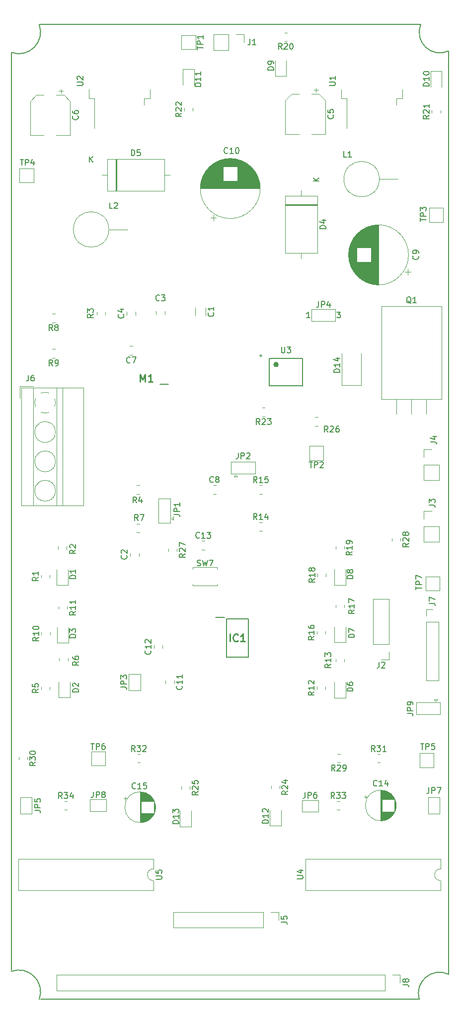
<source format=gbr>
%TF.GenerationSoftware,KiCad,Pcbnew,(6.0.7)*%
%TF.CreationDate,2022-09-18T15:45:32+05:30*%
%TF.ProjectId,Irrigation Project,49727269-6761-4746-996f-6e2050726f6a,V1.0*%
%TF.SameCoordinates,Original*%
%TF.FileFunction,Legend,Top*%
%TF.FilePolarity,Positive*%
%FSLAX46Y46*%
G04 Gerber Fmt 4.6, Leading zero omitted, Abs format (unit mm)*
G04 Created by KiCad (PCBNEW (6.0.7)) date 2022-09-18 15:45:32*
%MOMM*%
%LPD*%
G01*
G04 APERTURE LIST*
%ADD10C,0.150000*%
%ADD11C,0.254000*%
%ADD12C,0.120000*%
%ADD13C,0.200000*%
%ADD14C,0.010000*%
G04 APERTURE END LIST*
D10*
X87000000Y-24550000D02*
X87000000Y-180800000D01*
X87000000Y-24550000D02*
G75*
G03*
X91750000Y-19800000I1250000J3500000D01*
G01*
X161500000Y-181550000D02*
X161500000Y-24300000D01*
X156500000Y-185800000D02*
X92000000Y-185800000D01*
X91750000Y-185800000D02*
G75*
G03*
X87000000Y-181050000I-3500000J1250000D01*
G01*
X156750000Y-19800000D02*
X91750000Y-19800000D01*
X161499999Y-181550002D02*
G75*
G03*
X156500001Y-185800000I-1535199J-3260058D01*
G01*
X156750099Y-19800039D02*
G75*
G03*
X161500000Y-24300000I3287201J-1287061D01*
G01*
%TO.C,C7*%
X107233333Y-77337142D02*
X107185714Y-77384761D01*
X107042857Y-77432380D01*
X106947619Y-77432380D01*
X106804761Y-77384761D01*
X106709523Y-77289523D01*
X106661904Y-77194285D01*
X106614285Y-77003809D01*
X106614285Y-76860952D01*
X106661904Y-76670476D01*
X106709523Y-76575238D01*
X106804761Y-76480000D01*
X106947619Y-76432380D01*
X107042857Y-76432380D01*
X107185714Y-76480000D01*
X107233333Y-76527619D01*
X107566666Y-76432380D02*
X108233333Y-76432380D01*
X107804761Y-77432380D01*
%TO.C,R14*%
X128857142Y-104102380D02*
X128523809Y-103626190D01*
X128285714Y-104102380D02*
X128285714Y-103102380D01*
X128666666Y-103102380D01*
X128761904Y-103150000D01*
X128809523Y-103197619D01*
X128857142Y-103292857D01*
X128857142Y-103435714D01*
X128809523Y-103530952D01*
X128761904Y-103578571D01*
X128666666Y-103626190D01*
X128285714Y-103626190D01*
X129809523Y-104102380D02*
X129238095Y-104102380D01*
X129523809Y-104102380D02*
X129523809Y-103102380D01*
X129428571Y-103245238D01*
X129333333Y-103340476D01*
X129238095Y-103388095D01*
X130666666Y-103435714D02*
X130666666Y-104102380D01*
X130428571Y-103054761D02*
X130190476Y-103769047D01*
X130809523Y-103769047D01*
%TO.C,R22*%
X116002380Y-34892857D02*
X115526190Y-35226190D01*
X116002380Y-35464285D02*
X115002380Y-35464285D01*
X115002380Y-35083333D01*
X115050000Y-34988095D01*
X115097619Y-34940476D01*
X115192857Y-34892857D01*
X115335714Y-34892857D01*
X115430952Y-34940476D01*
X115478571Y-34988095D01*
X115526190Y-35083333D01*
X115526190Y-35464285D01*
X115097619Y-34511904D02*
X115050000Y-34464285D01*
X115002380Y-34369047D01*
X115002380Y-34130952D01*
X115050000Y-34035714D01*
X115097619Y-33988095D01*
X115192857Y-33940476D01*
X115288095Y-33940476D01*
X115430952Y-33988095D01*
X116002380Y-34559523D01*
X116002380Y-33940476D01*
X115097619Y-33559523D02*
X115050000Y-33511904D01*
X115002380Y-33416666D01*
X115002380Y-33178571D01*
X115050000Y-33083333D01*
X115097619Y-33035714D01*
X115192857Y-32988095D01*
X115288095Y-32988095D01*
X115430952Y-33035714D01*
X116002380Y-33607142D01*
X116002380Y-32988095D01*
%TO.C,R21*%
X158202380Y-35267857D02*
X157726190Y-35601190D01*
X158202380Y-35839285D02*
X157202380Y-35839285D01*
X157202380Y-35458333D01*
X157250000Y-35363095D01*
X157297619Y-35315476D01*
X157392857Y-35267857D01*
X157535714Y-35267857D01*
X157630952Y-35315476D01*
X157678571Y-35363095D01*
X157726190Y-35458333D01*
X157726190Y-35839285D01*
X157297619Y-34886904D02*
X157250000Y-34839285D01*
X157202380Y-34744047D01*
X157202380Y-34505952D01*
X157250000Y-34410714D01*
X157297619Y-34363095D01*
X157392857Y-34315476D01*
X157488095Y-34315476D01*
X157630952Y-34363095D01*
X158202380Y-34934523D01*
X158202380Y-34315476D01*
X158202380Y-33363095D02*
X158202380Y-33934523D01*
X158202380Y-33648809D02*
X157202380Y-33648809D01*
X157345238Y-33744047D01*
X157440476Y-33839285D01*
X157488095Y-33934523D01*
%TO.C,C5*%
X141807142Y-35191666D02*
X141854761Y-35239285D01*
X141902380Y-35382142D01*
X141902380Y-35477380D01*
X141854761Y-35620238D01*
X141759523Y-35715476D01*
X141664285Y-35763095D01*
X141473809Y-35810714D01*
X141330952Y-35810714D01*
X141140476Y-35763095D01*
X141045238Y-35715476D01*
X140950000Y-35620238D01*
X140902380Y-35477380D01*
X140902380Y-35382142D01*
X140950000Y-35239285D01*
X140997619Y-35191666D01*
X140902380Y-34286904D02*
X140902380Y-34763095D01*
X141378571Y-34810714D01*
X141330952Y-34763095D01*
X141283333Y-34667857D01*
X141283333Y-34429761D01*
X141330952Y-34334523D01*
X141378571Y-34286904D01*
X141473809Y-34239285D01*
X141711904Y-34239285D01*
X141807142Y-34286904D01*
X141854761Y-34334523D01*
X141902380Y-34429761D01*
X141902380Y-34667857D01*
X141854761Y-34763095D01*
X141807142Y-34810714D01*
%TO.C,C15*%
X108157143Y-149857142D02*
X108109524Y-149904761D01*
X107966667Y-149952380D01*
X107871429Y-149952380D01*
X107728572Y-149904761D01*
X107633334Y-149809523D01*
X107585715Y-149714285D01*
X107538096Y-149523809D01*
X107538096Y-149380952D01*
X107585715Y-149190476D01*
X107633334Y-149095238D01*
X107728572Y-149000000D01*
X107871429Y-148952380D01*
X107966667Y-148952380D01*
X108109524Y-149000000D01*
X108157143Y-149047619D01*
X109109524Y-149952380D02*
X108538096Y-149952380D01*
X108823810Y-149952380D02*
X108823810Y-148952380D01*
X108728572Y-149095238D01*
X108633334Y-149190476D01*
X108538096Y-149238095D01*
X110014286Y-148952380D02*
X109538096Y-148952380D01*
X109490477Y-149428571D01*
X109538096Y-149380952D01*
X109633334Y-149333333D01*
X109871429Y-149333333D01*
X109966667Y-149380952D01*
X110014286Y-149428571D01*
X110061905Y-149523809D01*
X110061905Y-149761904D01*
X110014286Y-149857142D01*
X109966667Y-149904761D01*
X109871429Y-149952380D01*
X109633334Y-149952380D01*
X109538096Y-149904761D01*
X109490477Y-149857142D01*
%TO.C,D8*%
X145202380Y-114150595D02*
X144202380Y-114150595D01*
X144202380Y-113912500D01*
X144250000Y-113769642D01*
X144345238Y-113674404D01*
X144440476Y-113626785D01*
X144630952Y-113579166D01*
X144773809Y-113579166D01*
X144964285Y-113626785D01*
X145059523Y-113674404D01*
X145154761Y-113769642D01*
X145202380Y-113912500D01*
X145202380Y-114150595D01*
X144630952Y-113007738D02*
X144583333Y-113102976D01*
X144535714Y-113150595D01*
X144440476Y-113198214D01*
X144392857Y-113198214D01*
X144297619Y-113150595D01*
X144250000Y-113102976D01*
X144202380Y-113007738D01*
X144202380Y-112817261D01*
X144250000Y-112722023D01*
X144297619Y-112674404D01*
X144392857Y-112626785D01*
X144440476Y-112626785D01*
X144535714Y-112674404D01*
X144583333Y-112722023D01*
X144630952Y-112817261D01*
X144630952Y-113007738D01*
X144678571Y-113102976D01*
X144726190Y-113150595D01*
X144821428Y-113198214D01*
X145011904Y-113198214D01*
X145107142Y-113150595D01*
X145154761Y-113102976D01*
X145202380Y-113007738D01*
X145202380Y-112817261D01*
X145154761Y-112722023D01*
X145107142Y-112674404D01*
X145011904Y-112626785D01*
X144821428Y-112626785D01*
X144726190Y-112674404D01*
X144678571Y-112722023D01*
X144630952Y-112817261D01*
%TO.C,R8*%
X94020833Y-71902380D02*
X93687500Y-71426190D01*
X93449404Y-71902380D02*
X93449404Y-70902380D01*
X93830357Y-70902380D01*
X93925595Y-70950000D01*
X93973214Y-70997619D01*
X94020833Y-71092857D01*
X94020833Y-71235714D01*
X93973214Y-71330952D01*
X93925595Y-71378571D01*
X93830357Y-71426190D01*
X93449404Y-71426190D01*
X94592261Y-71330952D02*
X94497023Y-71283333D01*
X94449404Y-71235714D01*
X94401785Y-71140476D01*
X94401785Y-71092857D01*
X94449404Y-70997619D01*
X94497023Y-70950000D01*
X94592261Y-70902380D01*
X94782738Y-70902380D01*
X94877976Y-70950000D01*
X94925595Y-70997619D01*
X94973214Y-71092857D01*
X94973214Y-71140476D01*
X94925595Y-71235714D01*
X94877976Y-71283333D01*
X94782738Y-71330952D01*
X94592261Y-71330952D01*
X94497023Y-71378571D01*
X94449404Y-71426190D01*
X94401785Y-71521428D01*
X94401785Y-71711904D01*
X94449404Y-71807142D01*
X94497023Y-71854761D01*
X94592261Y-71902380D01*
X94782738Y-71902380D01*
X94877976Y-71854761D01*
X94925595Y-71807142D01*
X94973214Y-71711904D01*
X94973214Y-71521428D01*
X94925595Y-71426190D01*
X94877976Y-71378571D01*
X94782738Y-71330952D01*
%TO.C,JP3*%
X105652380Y-132633333D02*
X106366666Y-132633333D01*
X106509523Y-132680952D01*
X106604761Y-132776190D01*
X106652380Y-132919047D01*
X106652380Y-133014285D01*
X106652380Y-132157142D02*
X105652380Y-132157142D01*
X105652380Y-131776190D01*
X105700000Y-131680952D01*
X105747619Y-131633333D01*
X105842857Y-131585714D01*
X105985714Y-131585714D01*
X106080952Y-131633333D01*
X106128571Y-131680952D01*
X106176190Y-131776190D01*
X106176190Y-132157142D01*
X105652380Y-131252380D02*
X105652380Y-130633333D01*
X106033333Y-130966666D01*
X106033333Y-130823809D01*
X106080952Y-130728571D01*
X106128571Y-130680952D01*
X106223809Y-130633333D01*
X106461904Y-130633333D01*
X106557142Y-130680952D01*
X106604761Y-130728571D01*
X106652380Y-130823809D01*
X106652380Y-131109523D01*
X106604761Y-131204761D01*
X106557142Y-131252380D01*
%TO.C,L1*%
X144133333Y-42377380D02*
X143657142Y-42377380D01*
X143657142Y-41377380D01*
X144990476Y-42377380D02*
X144419047Y-42377380D01*
X144704761Y-42377380D02*
X144704761Y-41377380D01*
X144609523Y-41520238D01*
X144514285Y-41615476D01*
X144419047Y-41663095D01*
%TO.C,D3*%
X97952380Y-124213095D02*
X96952380Y-124213095D01*
X96952380Y-123975000D01*
X97000000Y-123832142D01*
X97095238Y-123736904D01*
X97190476Y-123689285D01*
X97380952Y-123641666D01*
X97523809Y-123641666D01*
X97714285Y-123689285D01*
X97809523Y-123736904D01*
X97904761Y-123832142D01*
X97952380Y-123975000D01*
X97952380Y-124213095D01*
X96952380Y-123308333D02*
X96952380Y-122689285D01*
X97333333Y-123022619D01*
X97333333Y-122879761D01*
X97380952Y-122784523D01*
X97428571Y-122736904D01*
X97523809Y-122689285D01*
X97761904Y-122689285D01*
X97857142Y-122736904D01*
X97904761Y-122784523D01*
X97952380Y-122879761D01*
X97952380Y-123165476D01*
X97904761Y-123260714D01*
X97857142Y-123308333D01*
%TO.C,TP5*%
X156738095Y-142252380D02*
X157309523Y-142252380D01*
X157023809Y-143252380D02*
X157023809Y-142252380D01*
X157642857Y-143252380D02*
X157642857Y-142252380D01*
X158023809Y-142252380D01*
X158119047Y-142300000D01*
X158166666Y-142347619D01*
X158214285Y-142442857D01*
X158214285Y-142585714D01*
X158166666Y-142680952D01*
X158119047Y-142728571D01*
X158023809Y-142776190D01*
X157642857Y-142776190D01*
X159119047Y-142252380D02*
X158642857Y-142252380D01*
X158595238Y-142728571D01*
X158642857Y-142680952D01*
X158738095Y-142633333D01*
X158976190Y-142633333D01*
X159071428Y-142680952D01*
X159119047Y-142728571D01*
X159166666Y-142823809D01*
X159166666Y-143061904D01*
X159119047Y-143157142D01*
X159071428Y-143204761D01*
X158976190Y-143252380D01*
X158738095Y-143252380D01*
X158642857Y-143204761D01*
X158595238Y-143157142D01*
%TO.C,R26*%
X140957142Y-89202380D02*
X140623809Y-88726190D01*
X140385714Y-89202380D02*
X140385714Y-88202380D01*
X140766666Y-88202380D01*
X140861904Y-88250000D01*
X140909523Y-88297619D01*
X140957142Y-88392857D01*
X140957142Y-88535714D01*
X140909523Y-88630952D01*
X140861904Y-88678571D01*
X140766666Y-88726190D01*
X140385714Y-88726190D01*
X141338095Y-88297619D02*
X141385714Y-88250000D01*
X141480952Y-88202380D01*
X141719047Y-88202380D01*
X141814285Y-88250000D01*
X141861904Y-88297619D01*
X141909523Y-88392857D01*
X141909523Y-88488095D01*
X141861904Y-88630952D01*
X141290476Y-89202380D01*
X141909523Y-89202380D01*
X142766666Y-88202380D02*
X142576190Y-88202380D01*
X142480952Y-88250000D01*
X142433333Y-88297619D01*
X142338095Y-88440476D01*
X142290476Y-88630952D01*
X142290476Y-89011904D01*
X142338095Y-89107142D01*
X142385714Y-89154761D01*
X142480952Y-89202380D01*
X142671428Y-89202380D01*
X142766666Y-89154761D01*
X142814285Y-89107142D01*
X142861904Y-89011904D01*
X142861904Y-88773809D01*
X142814285Y-88678571D01*
X142766666Y-88630952D01*
X142671428Y-88583333D01*
X142480952Y-88583333D01*
X142385714Y-88630952D01*
X142338095Y-88678571D01*
X142290476Y-88773809D01*
%TO.C,J8*%
X153707380Y-183333333D02*
X154421666Y-183333333D01*
X154564523Y-183380952D01*
X154659761Y-183476190D01*
X154707380Y-183619047D01*
X154707380Y-183714285D01*
X154135952Y-182714285D02*
X154088333Y-182809523D01*
X154040714Y-182857142D01*
X153945476Y-182904761D01*
X153897857Y-182904761D01*
X153802619Y-182857142D01*
X153755000Y-182809523D01*
X153707380Y-182714285D01*
X153707380Y-182523809D01*
X153755000Y-182428571D01*
X153802619Y-182380952D01*
X153897857Y-182333333D01*
X153945476Y-182333333D01*
X154040714Y-182380952D01*
X154088333Y-182428571D01*
X154135952Y-182523809D01*
X154135952Y-182714285D01*
X154183571Y-182809523D01*
X154231190Y-182857142D01*
X154326428Y-182904761D01*
X154516904Y-182904761D01*
X154612142Y-182857142D01*
X154659761Y-182809523D01*
X154707380Y-182714285D01*
X154707380Y-182523809D01*
X154659761Y-182428571D01*
X154612142Y-182380952D01*
X154516904Y-182333333D01*
X154326428Y-182333333D01*
X154231190Y-182380952D01*
X154183571Y-182428571D01*
X154135952Y-182523809D01*
%TO.C,J1*%
X127666666Y-22252380D02*
X127666666Y-22966666D01*
X127619047Y-23109523D01*
X127523809Y-23204761D01*
X127380952Y-23252380D01*
X127285714Y-23252380D01*
X128666666Y-23252380D02*
X128095238Y-23252380D01*
X128380952Y-23252380D02*
X128380952Y-22252380D01*
X128285714Y-22395238D01*
X128190476Y-22490476D01*
X128095238Y-22538095D01*
%TO.C,R7*%
X108583333Y-104252380D02*
X108250000Y-103776190D01*
X108011904Y-104252380D02*
X108011904Y-103252380D01*
X108392857Y-103252380D01*
X108488095Y-103300000D01*
X108535714Y-103347619D01*
X108583333Y-103442857D01*
X108583333Y-103585714D01*
X108535714Y-103680952D01*
X108488095Y-103728571D01*
X108392857Y-103776190D01*
X108011904Y-103776190D01*
X108916666Y-103252380D02*
X109583333Y-103252380D01*
X109154761Y-104252380D01*
%TO.C,R6*%
X98452380Y-128318730D02*
X97976190Y-128652064D01*
X98452380Y-128890159D02*
X97452380Y-128890159D01*
X97452380Y-128509206D01*
X97500000Y-128413968D01*
X97547619Y-128366349D01*
X97642857Y-128318730D01*
X97785714Y-128318730D01*
X97880952Y-128366349D01*
X97928571Y-128413968D01*
X97976190Y-128509206D01*
X97976190Y-128890159D01*
X97452380Y-127461587D02*
X97452380Y-127652064D01*
X97500000Y-127747302D01*
X97547619Y-127794921D01*
X97690476Y-127890159D01*
X97880952Y-127937778D01*
X98261904Y-127937778D01*
X98357142Y-127890159D01*
X98404761Y-127842540D01*
X98452380Y-127747302D01*
X98452380Y-127556825D01*
X98404761Y-127461587D01*
X98357142Y-127413968D01*
X98261904Y-127366349D01*
X98023809Y-127366349D01*
X97928571Y-127413968D01*
X97880952Y-127461587D01*
X97833333Y-127556825D01*
X97833333Y-127747302D01*
X97880952Y-127842540D01*
X97928571Y-127890159D01*
X98023809Y-127937778D01*
%TO.C,C14*%
X149307142Y-149407142D02*
X149259523Y-149454761D01*
X149116666Y-149502380D01*
X149021428Y-149502380D01*
X148878571Y-149454761D01*
X148783333Y-149359523D01*
X148735714Y-149264285D01*
X148688095Y-149073809D01*
X148688095Y-148930952D01*
X148735714Y-148740476D01*
X148783333Y-148645238D01*
X148878571Y-148550000D01*
X149021428Y-148502380D01*
X149116666Y-148502380D01*
X149259523Y-148550000D01*
X149307142Y-148597619D01*
X150259523Y-149502380D02*
X149688095Y-149502380D01*
X149973809Y-149502380D02*
X149973809Y-148502380D01*
X149878571Y-148645238D01*
X149783333Y-148740476D01*
X149688095Y-148788095D01*
X151116666Y-148835714D02*
X151116666Y-149502380D01*
X150878571Y-148454761D02*
X150640476Y-149169047D01*
X151259523Y-149169047D01*
%TO.C,TP3*%
X156702380Y-53311904D02*
X156702380Y-52740476D01*
X157702380Y-53026190D02*
X156702380Y-53026190D01*
X157702380Y-52407142D02*
X156702380Y-52407142D01*
X156702380Y-52026190D01*
X156750000Y-51930952D01*
X156797619Y-51883333D01*
X156892857Y-51835714D01*
X157035714Y-51835714D01*
X157130952Y-51883333D01*
X157178571Y-51930952D01*
X157226190Y-52026190D01*
X157226190Y-52407142D01*
X156702380Y-51502380D02*
X156702380Y-50883333D01*
X157083333Y-51216666D01*
X157083333Y-51073809D01*
X157130952Y-50978571D01*
X157178571Y-50930952D01*
X157273809Y-50883333D01*
X157511904Y-50883333D01*
X157607142Y-50930952D01*
X157654761Y-50978571D01*
X157702380Y-51073809D01*
X157702380Y-51359523D01*
X157654761Y-51454761D01*
X157607142Y-51502380D01*
%TO.C,D2*%
X98452380Y-133475595D02*
X97452380Y-133475595D01*
X97452380Y-133237500D01*
X97500000Y-133094642D01*
X97595238Y-132999404D01*
X97690476Y-132951785D01*
X97880952Y-132904166D01*
X98023809Y-132904166D01*
X98214285Y-132951785D01*
X98309523Y-132999404D01*
X98404761Y-133094642D01*
X98452380Y-133237500D01*
X98452380Y-133475595D01*
X97547619Y-132523214D02*
X97500000Y-132475595D01*
X97452380Y-132380357D01*
X97452380Y-132142261D01*
X97500000Y-132047023D01*
X97547619Y-131999404D01*
X97642857Y-131951785D01*
X97738095Y-131951785D01*
X97880952Y-131999404D01*
X98452380Y-132570833D01*
X98452380Y-131951785D01*
%TO.C,R29*%
X142157142Y-146902380D02*
X141823809Y-146426190D01*
X141585714Y-146902380D02*
X141585714Y-145902380D01*
X141966666Y-145902380D01*
X142061904Y-145950000D01*
X142109523Y-145997619D01*
X142157142Y-146092857D01*
X142157142Y-146235714D01*
X142109523Y-146330952D01*
X142061904Y-146378571D01*
X141966666Y-146426190D01*
X141585714Y-146426190D01*
X142538095Y-145997619D02*
X142585714Y-145950000D01*
X142680952Y-145902380D01*
X142919047Y-145902380D01*
X143014285Y-145950000D01*
X143061904Y-145997619D01*
X143109523Y-146092857D01*
X143109523Y-146188095D01*
X143061904Y-146330952D01*
X142490476Y-146902380D01*
X143109523Y-146902380D01*
X143585714Y-146902380D02*
X143776190Y-146902380D01*
X143871428Y-146854761D01*
X143919047Y-146807142D01*
X144014285Y-146664285D01*
X144061904Y-146473809D01*
X144061904Y-146092857D01*
X144014285Y-145997619D01*
X143966666Y-145950000D01*
X143871428Y-145902380D01*
X143680952Y-145902380D01*
X143585714Y-145950000D01*
X143538095Y-145997619D01*
X143490476Y-146092857D01*
X143490476Y-146330952D01*
X143538095Y-146426190D01*
X143585714Y-146473809D01*
X143680952Y-146521428D01*
X143871428Y-146521428D01*
X143966666Y-146473809D01*
X144014285Y-146426190D01*
X144061904Y-146330952D01*
%TO.C,JP2*%
X125666666Y-92752380D02*
X125666666Y-93466666D01*
X125619047Y-93609523D01*
X125523809Y-93704761D01*
X125380952Y-93752380D01*
X125285714Y-93752380D01*
X126142857Y-93752380D02*
X126142857Y-92752380D01*
X126523809Y-92752380D01*
X126619047Y-92800000D01*
X126666666Y-92847619D01*
X126714285Y-92942857D01*
X126714285Y-93085714D01*
X126666666Y-93180952D01*
X126619047Y-93228571D01*
X126523809Y-93276190D01*
X126142857Y-93276190D01*
X127095238Y-92847619D02*
X127142857Y-92800000D01*
X127238095Y-92752380D01*
X127476190Y-92752380D01*
X127571428Y-92800000D01*
X127619047Y-92847619D01*
X127666666Y-92942857D01*
X127666666Y-93038095D01*
X127619047Y-93180952D01*
X127047619Y-93752380D01*
X127666666Y-93752380D01*
%TO.C,R27*%
X116602380Y-109942857D02*
X116126190Y-110276190D01*
X116602380Y-110514285D02*
X115602380Y-110514285D01*
X115602380Y-110133333D01*
X115650000Y-110038095D01*
X115697619Y-109990476D01*
X115792857Y-109942857D01*
X115935714Y-109942857D01*
X116030952Y-109990476D01*
X116078571Y-110038095D01*
X116126190Y-110133333D01*
X116126190Y-110514285D01*
X115697619Y-109561904D02*
X115650000Y-109514285D01*
X115602380Y-109419047D01*
X115602380Y-109180952D01*
X115650000Y-109085714D01*
X115697619Y-109038095D01*
X115792857Y-108990476D01*
X115888095Y-108990476D01*
X116030952Y-109038095D01*
X116602380Y-109609523D01*
X116602380Y-108990476D01*
X115602380Y-108657142D02*
X115602380Y-107990476D01*
X116602380Y-108419047D01*
D11*
%TO.C,IC1*%
X124260238Y-124874523D02*
X124260238Y-123604523D01*
X125590714Y-124753571D02*
X125530238Y-124814047D01*
X125348809Y-124874523D01*
X125227857Y-124874523D01*
X125046428Y-124814047D01*
X124925476Y-124693095D01*
X124865000Y-124572142D01*
X124804523Y-124330238D01*
X124804523Y-124148809D01*
X124865000Y-123906904D01*
X124925476Y-123785952D01*
X125046428Y-123665000D01*
X125227857Y-123604523D01*
X125348809Y-123604523D01*
X125530238Y-123665000D01*
X125590714Y-123725476D01*
X126800238Y-124874523D02*
X126074523Y-124874523D01*
X126437380Y-124874523D02*
X126437380Y-123604523D01*
X126316428Y-123785952D01*
X126195476Y-123906904D01*
X126074523Y-123967380D01*
D10*
%TO.C,D1*%
X97952380Y-114163095D02*
X96952380Y-114163095D01*
X96952380Y-113925000D01*
X97000000Y-113782142D01*
X97095238Y-113686904D01*
X97190476Y-113639285D01*
X97380952Y-113591666D01*
X97523809Y-113591666D01*
X97714285Y-113639285D01*
X97809523Y-113686904D01*
X97904761Y-113782142D01*
X97952380Y-113925000D01*
X97952380Y-114163095D01*
X97952380Y-112639285D02*
X97952380Y-113210714D01*
X97952380Y-112925000D02*
X96952380Y-112925000D01*
X97095238Y-113020238D01*
X97190476Y-113115476D01*
X97238095Y-113210714D01*
%TO.C,Q1*%
X155104761Y-67297619D02*
X155009523Y-67250000D01*
X154914285Y-67154761D01*
X154771428Y-67011904D01*
X154676190Y-66964285D01*
X154580952Y-66964285D01*
X154628571Y-67202380D02*
X154533333Y-67154761D01*
X154438095Y-67059523D01*
X154390476Y-66869047D01*
X154390476Y-66535714D01*
X154438095Y-66345238D01*
X154533333Y-66250000D01*
X154628571Y-66202380D01*
X154819047Y-66202380D01*
X154914285Y-66250000D01*
X155009523Y-66345238D01*
X155057142Y-66535714D01*
X155057142Y-66869047D01*
X155009523Y-67059523D01*
X154914285Y-67154761D01*
X154819047Y-67202380D01*
X154628571Y-67202380D01*
X156009523Y-67202380D02*
X155438095Y-67202380D01*
X155723809Y-67202380D02*
X155723809Y-66202380D01*
X155628571Y-66345238D01*
X155533333Y-66440476D01*
X155438095Y-66488095D01*
%TO.C,JP7*%
X158166666Y-149752380D02*
X158166666Y-150466666D01*
X158119047Y-150609523D01*
X158023809Y-150704761D01*
X157880952Y-150752380D01*
X157785714Y-150752380D01*
X158642857Y-150752380D02*
X158642857Y-149752380D01*
X159023809Y-149752380D01*
X159119047Y-149800000D01*
X159166666Y-149847619D01*
X159214285Y-149942857D01*
X159214285Y-150085714D01*
X159166666Y-150180952D01*
X159119047Y-150228571D01*
X159023809Y-150276190D01*
X158642857Y-150276190D01*
X159547619Y-149752380D02*
X160214285Y-149752380D01*
X159785714Y-150752380D01*
%TO.C,R20*%
X133107142Y-24002380D02*
X132773809Y-23526190D01*
X132535714Y-24002380D02*
X132535714Y-23002380D01*
X132916666Y-23002380D01*
X133011904Y-23050000D01*
X133059523Y-23097619D01*
X133107142Y-23192857D01*
X133107142Y-23335714D01*
X133059523Y-23430952D01*
X133011904Y-23478571D01*
X132916666Y-23526190D01*
X132535714Y-23526190D01*
X133488095Y-23097619D02*
X133535714Y-23050000D01*
X133630952Y-23002380D01*
X133869047Y-23002380D01*
X133964285Y-23050000D01*
X134011904Y-23097619D01*
X134059523Y-23192857D01*
X134059523Y-23288095D01*
X134011904Y-23430952D01*
X133440476Y-24002380D01*
X134059523Y-24002380D01*
X134678571Y-23002380D02*
X134773809Y-23002380D01*
X134869047Y-23050000D01*
X134916666Y-23097619D01*
X134964285Y-23192857D01*
X135011904Y-23383333D01*
X135011904Y-23621428D01*
X134964285Y-23811904D01*
X134916666Y-23907142D01*
X134869047Y-23954761D01*
X134773809Y-24002380D01*
X134678571Y-24002380D01*
X134583333Y-23954761D01*
X134535714Y-23907142D01*
X134488095Y-23811904D01*
X134440476Y-23621428D01*
X134440476Y-23383333D01*
X134488095Y-23192857D01*
X134535714Y-23097619D01*
X134583333Y-23050000D01*
X134678571Y-23002380D01*
%TO.C,J5*%
X132982380Y-172633333D02*
X133696666Y-172633333D01*
X133839523Y-172680952D01*
X133934761Y-172776190D01*
X133982380Y-172919047D01*
X133982380Y-173014285D01*
X132982380Y-171680952D02*
X132982380Y-172157142D01*
X133458571Y-172204761D01*
X133410952Y-172157142D01*
X133363333Y-172061904D01*
X133363333Y-171823809D01*
X133410952Y-171728571D01*
X133458571Y-171680952D01*
X133553809Y-171633333D01*
X133791904Y-171633333D01*
X133887142Y-171680952D01*
X133934761Y-171728571D01*
X133982380Y-171823809D01*
X133982380Y-172061904D01*
X133934761Y-172157142D01*
X133887142Y-172204761D01*
%TO.C,C10*%
X123857142Y-41657142D02*
X123809523Y-41704761D01*
X123666666Y-41752380D01*
X123571428Y-41752380D01*
X123428571Y-41704761D01*
X123333333Y-41609523D01*
X123285714Y-41514285D01*
X123238095Y-41323809D01*
X123238095Y-41180952D01*
X123285714Y-40990476D01*
X123333333Y-40895238D01*
X123428571Y-40800000D01*
X123571428Y-40752380D01*
X123666666Y-40752380D01*
X123809523Y-40800000D01*
X123857142Y-40847619D01*
X124809523Y-41752380D02*
X124238095Y-41752380D01*
X124523809Y-41752380D02*
X124523809Y-40752380D01*
X124428571Y-40895238D01*
X124333333Y-40990476D01*
X124238095Y-41038095D01*
X125428571Y-40752380D02*
X125523809Y-40752380D01*
X125619047Y-40800000D01*
X125666666Y-40847619D01*
X125714285Y-40942857D01*
X125761904Y-41133333D01*
X125761904Y-41371428D01*
X125714285Y-41561904D01*
X125666666Y-41657142D01*
X125619047Y-41704761D01*
X125523809Y-41752380D01*
X125428571Y-41752380D01*
X125333333Y-41704761D01*
X125285714Y-41657142D01*
X125238095Y-41561904D01*
X125190476Y-41371428D01*
X125190476Y-41133333D01*
X125238095Y-40942857D01*
X125285714Y-40847619D01*
X125333333Y-40800000D01*
X125428571Y-40752380D01*
%TO.C,J7*%
X158202380Y-118383333D02*
X158916666Y-118383333D01*
X159059523Y-118430952D01*
X159154761Y-118526190D01*
X159202380Y-118669047D01*
X159202380Y-118764285D01*
X158202380Y-118002380D02*
X158202380Y-117335714D01*
X159202380Y-117764285D01*
%TO.C,R24*%
X134102380Y-150342857D02*
X133626190Y-150676190D01*
X134102380Y-150914285D02*
X133102380Y-150914285D01*
X133102380Y-150533333D01*
X133150000Y-150438095D01*
X133197619Y-150390476D01*
X133292857Y-150342857D01*
X133435714Y-150342857D01*
X133530952Y-150390476D01*
X133578571Y-150438095D01*
X133626190Y-150533333D01*
X133626190Y-150914285D01*
X133197619Y-149961904D02*
X133150000Y-149914285D01*
X133102380Y-149819047D01*
X133102380Y-149580952D01*
X133150000Y-149485714D01*
X133197619Y-149438095D01*
X133292857Y-149390476D01*
X133388095Y-149390476D01*
X133530952Y-149438095D01*
X134102380Y-150009523D01*
X134102380Y-149390476D01*
X133435714Y-148533333D02*
X134102380Y-148533333D01*
X133054761Y-148771428D02*
X133769047Y-149009523D01*
X133769047Y-148390476D01*
D11*
%TO.C,M1*%
X108971904Y-80624523D02*
X108971904Y-79354523D01*
X109395238Y-80261666D01*
X109818571Y-79354523D01*
X109818571Y-80624523D01*
X111088571Y-80624523D02*
X110362857Y-80624523D01*
X110725714Y-80624523D02*
X110725714Y-79354523D01*
X110604761Y-79535952D01*
X110483809Y-79656904D01*
X110362857Y-79717380D01*
D10*
%TO.C,JP5*%
X90952380Y-153633333D02*
X91666666Y-153633333D01*
X91809523Y-153680952D01*
X91904761Y-153776190D01*
X91952380Y-153919047D01*
X91952380Y-154014285D01*
X91952380Y-153157142D02*
X90952380Y-153157142D01*
X90952380Y-152776190D01*
X91000000Y-152680952D01*
X91047619Y-152633333D01*
X91142857Y-152585714D01*
X91285714Y-152585714D01*
X91380952Y-152633333D01*
X91428571Y-152680952D01*
X91476190Y-152776190D01*
X91476190Y-153157142D01*
X90952380Y-151680952D02*
X90952380Y-152157142D01*
X91428571Y-152204761D01*
X91380952Y-152157142D01*
X91333333Y-152061904D01*
X91333333Y-151823809D01*
X91380952Y-151728571D01*
X91428571Y-151680952D01*
X91523809Y-151633333D01*
X91761904Y-151633333D01*
X91857142Y-151680952D01*
X91904761Y-151728571D01*
X91952380Y-151823809D01*
X91952380Y-152061904D01*
X91904761Y-152157142D01*
X91857142Y-152204761D01*
%TO.C,U4*%
X135702380Y-165311904D02*
X136511904Y-165311904D01*
X136607142Y-165264285D01*
X136654761Y-165216666D01*
X136702380Y-165121428D01*
X136702380Y-164930952D01*
X136654761Y-164835714D01*
X136607142Y-164788095D01*
X136511904Y-164740476D01*
X135702380Y-164740476D01*
X136035714Y-163835714D02*
X136702380Y-163835714D01*
X135654761Y-164073809D02*
X136369047Y-164311904D01*
X136369047Y-163692857D01*
%TO.C,TP6*%
X100538095Y-142254380D02*
X101109523Y-142254380D01*
X100823809Y-143254380D02*
X100823809Y-142254380D01*
X101442857Y-143254380D02*
X101442857Y-142254380D01*
X101823809Y-142254380D01*
X101919047Y-142302000D01*
X101966666Y-142349619D01*
X102014285Y-142444857D01*
X102014285Y-142587714D01*
X101966666Y-142682952D01*
X101919047Y-142730571D01*
X101823809Y-142778190D01*
X101442857Y-142778190D01*
X102871428Y-142254380D02*
X102680952Y-142254380D01*
X102585714Y-142302000D01*
X102538095Y-142349619D01*
X102442857Y-142492476D01*
X102395238Y-142682952D01*
X102395238Y-143063904D01*
X102442857Y-143159142D01*
X102490476Y-143206761D01*
X102585714Y-143254380D01*
X102776190Y-143254380D01*
X102871428Y-143206761D01*
X102919047Y-143159142D01*
X102966666Y-143063904D01*
X102966666Y-142825809D01*
X102919047Y-142730571D01*
X102871428Y-142682952D01*
X102776190Y-142635333D01*
X102585714Y-142635333D01*
X102490476Y-142682952D01*
X102442857Y-142730571D01*
X102395238Y-142825809D01*
%TO.C,JP1*%
X114694880Y-103233333D02*
X115409166Y-103233333D01*
X115552023Y-103280952D01*
X115647261Y-103376190D01*
X115694880Y-103519047D01*
X115694880Y-103614285D01*
X115694880Y-102757142D02*
X114694880Y-102757142D01*
X114694880Y-102376190D01*
X114742500Y-102280952D01*
X114790119Y-102233333D01*
X114885357Y-102185714D01*
X115028214Y-102185714D01*
X115123452Y-102233333D01*
X115171071Y-102280952D01*
X115218690Y-102376190D01*
X115218690Y-102757142D01*
X115694880Y-101233333D02*
X115694880Y-101804761D01*
X115694880Y-101519047D02*
X114694880Y-101519047D01*
X114837738Y-101614285D01*
X114932976Y-101709523D01*
X114980595Y-101804761D01*
%TO.C,TP2*%
X137738095Y-94250380D02*
X138309523Y-94250380D01*
X138023809Y-95250380D02*
X138023809Y-94250380D01*
X138642857Y-95250380D02*
X138642857Y-94250380D01*
X139023809Y-94250380D01*
X139119047Y-94298000D01*
X139166666Y-94345619D01*
X139214285Y-94440857D01*
X139214285Y-94583714D01*
X139166666Y-94678952D01*
X139119047Y-94726571D01*
X139023809Y-94774190D01*
X138642857Y-94774190D01*
X139595238Y-94345619D02*
X139642857Y-94298000D01*
X139738095Y-94250380D01*
X139976190Y-94250380D01*
X140071428Y-94298000D01*
X140119047Y-94345619D01*
X140166666Y-94440857D01*
X140166666Y-94536095D01*
X140119047Y-94678952D01*
X139547619Y-95250380D01*
X140166666Y-95250380D01*
%TO.C,R16*%
X138602380Y-124005357D02*
X138126190Y-124338690D01*
X138602380Y-124576785D02*
X137602380Y-124576785D01*
X137602380Y-124195833D01*
X137650000Y-124100595D01*
X137697619Y-124052976D01*
X137792857Y-124005357D01*
X137935714Y-124005357D01*
X138030952Y-124052976D01*
X138078571Y-124100595D01*
X138126190Y-124195833D01*
X138126190Y-124576785D01*
X138602380Y-123052976D02*
X138602380Y-123624404D01*
X138602380Y-123338690D02*
X137602380Y-123338690D01*
X137745238Y-123433928D01*
X137840476Y-123529166D01*
X137888095Y-123624404D01*
X137602380Y-122195833D02*
X137602380Y-122386309D01*
X137650000Y-122481547D01*
X137697619Y-122529166D01*
X137840476Y-122624404D01*
X138030952Y-122672023D01*
X138411904Y-122672023D01*
X138507142Y-122624404D01*
X138554761Y-122576785D01*
X138602380Y-122481547D01*
X138602380Y-122291071D01*
X138554761Y-122195833D01*
X138507142Y-122148214D01*
X138411904Y-122100595D01*
X138173809Y-122100595D01*
X138078571Y-122148214D01*
X138030952Y-122195833D01*
X137983333Y-122291071D01*
X137983333Y-122481547D01*
X138030952Y-122576785D01*
X138078571Y-122624404D01*
X138173809Y-122672023D01*
%TO.C,TP4*%
X88488095Y-42752380D02*
X89059523Y-42752380D01*
X88773809Y-43752380D02*
X88773809Y-42752380D01*
X89392857Y-43752380D02*
X89392857Y-42752380D01*
X89773809Y-42752380D01*
X89869047Y-42800000D01*
X89916666Y-42847619D01*
X89964285Y-42942857D01*
X89964285Y-43085714D01*
X89916666Y-43180952D01*
X89869047Y-43228571D01*
X89773809Y-43276190D01*
X89392857Y-43276190D01*
X90821428Y-43085714D02*
X90821428Y-43752380D01*
X90583333Y-42704761D02*
X90345238Y-43419047D01*
X90964285Y-43419047D01*
%TO.C,TP7*%
X155952380Y-116061904D02*
X155952380Y-115490476D01*
X156952380Y-115776190D02*
X155952380Y-115776190D01*
X156952380Y-115157142D02*
X155952380Y-115157142D01*
X155952380Y-114776190D01*
X156000000Y-114680952D01*
X156047619Y-114633333D01*
X156142857Y-114585714D01*
X156285714Y-114585714D01*
X156380952Y-114633333D01*
X156428571Y-114680952D01*
X156476190Y-114776190D01*
X156476190Y-115157142D01*
X155952380Y-114252380D02*
X155952380Y-113585714D01*
X156952380Y-114014285D01*
%TO.C,C1*%
X121407142Y-68866666D02*
X121454761Y-68914285D01*
X121502380Y-69057142D01*
X121502380Y-69152380D01*
X121454761Y-69295238D01*
X121359523Y-69390476D01*
X121264285Y-69438095D01*
X121073809Y-69485714D01*
X120930952Y-69485714D01*
X120740476Y-69438095D01*
X120645238Y-69390476D01*
X120550000Y-69295238D01*
X120502380Y-69152380D01*
X120502380Y-69057142D01*
X120550000Y-68914285D01*
X120597619Y-68866666D01*
X121502380Y-67914285D02*
X121502380Y-68485714D01*
X121502380Y-68200000D02*
X120502380Y-68200000D01*
X120645238Y-68295238D01*
X120740476Y-68390476D01*
X120788095Y-68485714D01*
%TO.C,C12*%
X110677142Y-126442857D02*
X110724761Y-126490476D01*
X110772380Y-126633333D01*
X110772380Y-126728571D01*
X110724761Y-126871428D01*
X110629523Y-126966666D01*
X110534285Y-127014285D01*
X110343809Y-127061904D01*
X110200952Y-127061904D01*
X110010476Y-127014285D01*
X109915238Y-126966666D01*
X109820000Y-126871428D01*
X109772380Y-126728571D01*
X109772380Y-126633333D01*
X109820000Y-126490476D01*
X109867619Y-126442857D01*
X110772380Y-125490476D02*
X110772380Y-126061904D01*
X110772380Y-125776190D02*
X109772380Y-125776190D01*
X109915238Y-125871428D01*
X110010476Y-125966666D01*
X110058095Y-126061904D01*
X109867619Y-125109523D02*
X109820000Y-125061904D01*
X109772380Y-124966666D01*
X109772380Y-124728571D01*
X109820000Y-124633333D01*
X109867619Y-124585714D01*
X109962857Y-124538095D01*
X110058095Y-124538095D01*
X110200952Y-124585714D01*
X110772380Y-125157142D01*
X110772380Y-124538095D01*
%TO.C,R30*%
X91102380Y-145442857D02*
X90626190Y-145776190D01*
X91102380Y-146014285D02*
X90102380Y-146014285D01*
X90102380Y-145633333D01*
X90150000Y-145538095D01*
X90197619Y-145490476D01*
X90292857Y-145442857D01*
X90435714Y-145442857D01*
X90530952Y-145490476D01*
X90578571Y-145538095D01*
X90626190Y-145633333D01*
X90626190Y-146014285D01*
X90102380Y-145109523D02*
X90102380Y-144490476D01*
X90483333Y-144823809D01*
X90483333Y-144680952D01*
X90530952Y-144585714D01*
X90578571Y-144538095D01*
X90673809Y-144490476D01*
X90911904Y-144490476D01*
X91007142Y-144538095D01*
X91054761Y-144585714D01*
X91102380Y-144680952D01*
X91102380Y-144966666D01*
X91054761Y-145061904D01*
X91007142Y-145109523D01*
X90102380Y-143871428D02*
X90102380Y-143776190D01*
X90150000Y-143680952D01*
X90197619Y-143633333D01*
X90292857Y-143585714D01*
X90483333Y-143538095D01*
X90721428Y-143538095D01*
X90911904Y-143585714D01*
X91007142Y-143633333D01*
X91054761Y-143680952D01*
X91102380Y-143776190D01*
X91102380Y-143871428D01*
X91054761Y-143966666D01*
X91007142Y-144014285D01*
X90911904Y-144061904D01*
X90721428Y-144109523D01*
X90483333Y-144109523D01*
X90292857Y-144061904D01*
X90197619Y-144014285D01*
X90150000Y-143966666D01*
X90102380Y-143871428D01*
%TO.C,D9*%
X131702380Y-27538095D02*
X130702380Y-27538095D01*
X130702380Y-27300000D01*
X130750000Y-27157142D01*
X130845238Y-27061904D01*
X130940476Y-27014285D01*
X131130952Y-26966666D01*
X131273809Y-26966666D01*
X131464285Y-27014285D01*
X131559523Y-27061904D01*
X131654761Y-27157142D01*
X131702380Y-27300000D01*
X131702380Y-27538095D01*
X131702380Y-26490476D02*
X131702380Y-26300000D01*
X131654761Y-26204761D01*
X131607142Y-26157142D01*
X131464285Y-26061904D01*
X131273809Y-26014285D01*
X130892857Y-26014285D01*
X130797619Y-26061904D01*
X130750000Y-26109523D01*
X130702380Y-26204761D01*
X130702380Y-26395238D01*
X130750000Y-26490476D01*
X130797619Y-26538095D01*
X130892857Y-26585714D01*
X131130952Y-26585714D01*
X131226190Y-26538095D01*
X131273809Y-26490476D01*
X131321428Y-26395238D01*
X131321428Y-26204761D01*
X131273809Y-26109523D01*
X131226190Y-26061904D01*
X131130952Y-26014285D01*
%TO.C,D7*%
X145452380Y-124200595D02*
X144452380Y-124200595D01*
X144452380Y-123962500D01*
X144500000Y-123819642D01*
X144595238Y-123724404D01*
X144690476Y-123676785D01*
X144880952Y-123629166D01*
X145023809Y-123629166D01*
X145214285Y-123676785D01*
X145309523Y-123724404D01*
X145404761Y-123819642D01*
X145452380Y-123962500D01*
X145452380Y-124200595D01*
X144452380Y-123295833D02*
X144452380Y-122629166D01*
X145452380Y-123057738D01*
%TO.C,J3*%
X158202380Y-101633333D02*
X158916666Y-101633333D01*
X159059523Y-101680952D01*
X159154761Y-101776190D01*
X159202380Y-101919047D01*
X159202380Y-102014285D01*
X158202380Y-101252380D02*
X158202380Y-100633333D01*
X158583333Y-100966666D01*
X158583333Y-100823809D01*
X158630952Y-100728571D01*
X158678571Y-100680952D01*
X158773809Y-100633333D01*
X159011904Y-100633333D01*
X159107142Y-100680952D01*
X159154761Y-100728571D01*
X159202380Y-100823809D01*
X159202380Y-101109523D01*
X159154761Y-101204761D01*
X159107142Y-101252380D01*
%TO.C,J2*%
X149666666Y-128382380D02*
X149666666Y-129096666D01*
X149619047Y-129239523D01*
X149523809Y-129334761D01*
X149380952Y-129382380D01*
X149285714Y-129382380D01*
X150095238Y-128477619D02*
X150142857Y-128430000D01*
X150238095Y-128382380D01*
X150476190Y-128382380D01*
X150571428Y-128430000D01*
X150619047Y-128477619D01*
X150666666Y-128572857D01*
X150666666Y-128668095D01*
X150619047Y-128810952D01*
X150047619Y-129382380D01*
X150666666Y-129382380D01*
%TO.C,R4*%
X108333333Y-101252380D02*
X108000000Y-100776190D01*
X107761904Y-101252380D02*
X107761904Y-100252380D01*
X108142857Y-100252380D01*
X108238095Y-100300000D01*
X108285714Y-100347619D01*
X108333333Y-100442857D01*
X108333333Y-100585714D01*
X108285714Y-100680952D01*
X108238095Y-100728571D01*
X108142857Y-100776190D01*
X107761904Y-100776190D01*
X109190476Y-100585714D02*
X109190476Y-101252380D01*
X108952380Y-100204761D02*
X108714285Y-100919047D01*
X109333333Y-100919047D01*
%TO.C,C13*%
X119057142Y-107177142D02*
X119009523Y-107224761D01*
X118866666Y-107272380D01*
X118771428Y-107272380D01*
X118628571Y-107224761D01*
X118533333Y-107129523D01*
X118485714Y-107034285D01*
X118438095Y-106843809D01*
X118438095Y-106700952D01*
X118485714Y-106510476D01*
X118533333Y-106415238D01*
X118628571Y-106320000D01*
X118771428Y-106272380D01*
X118866666Y-106272380D01*
X119009523Y-106320000D01*
X119057142Y-106367619D01*
X120009523Y-107272380D02*
X119438095Y-107272380D01*
X119723809Y-107272380D02*
X119723809Y-106272380D01*
X119628571Y-106415238D01*
X119533333Y-106510476D01*
X119438095Y-106558095D01*
X120342857Y-106272380D02*
X120961904Y-106272380D01*
X120628571Y-106653333D01*
X120771428Y-106653333D01*
X120866666Y-106700952D01*
X120914285Y-106748571D01*
X120961904Y-106843809D01*
X120961904Y-107081904D01*
X120914285Y-107177142D01*
X120866666Y-107224761D01*
X120771428Y-107272380D01*
X120485714Y-107272380D01*
X120390476Y-107224761D01*
X120342857Y-107177142D01*
%TO.C,C3*%
X112233333Y-66757142D02*
X112185714Y-66804761D01*
X112042857Y-66852380D01*
X111947619Y-66852380D01*
X111804761Y-66804761D01*
X111709523Y-66709523D01*
X111661904Y-66614285D01*
X111614285Y-66423809D01*
X111614285Y-66280952D01*
X111661904Y-66090476D01*
X111709523Y-65995238D01*
X111804761Y-65900000D01*
X111947619Y-65852380D01*
X112042857Y-65852380D01*
X112185714Y-65900000D01*
X112233333Y-65947619D01*
X112566666Y-65852380D02*
X113185714Y-65852380D01*
X112852380Y-66233333D01*
X112995238Y-66233333D01*
X113090476Y-66280952D01*
X113138095Y-66328571D01*
X113185714Y-66423809D01*
X113185714Y-66661904D01*
X113138095Y-66757142D01*
X113090476Y-66804761D01*
X112995238Y-66852380D01*
X112709523Y-66852380D01*
X112614285Y-66804761D01*
X112566666Y-66757142D01*
%TO.C,R19*%
X145052380Y-109555357D02*
X144576190Y-109888690D01*
X145052380Y-110126785D02*
X144052380Y-110126785D01*
X144052380Y-109745833D01*
X144100000Y-109650595D01*
X144147619Y-109602976D01*
X144242857Y-109555357D01*
X144385714Y-109555357D01*
X144480952Y-109602976D01*
X144528571Y-109650595D01*
X144576190Y-109745833D01*
X144576190Y-110126785D01*
X145052380Y-108602976D02*
X145052380Y-109174404D01*
X145052380Y-108888690D02*
X144052380Y-108888690D01*
X144195238Y-108983928D01*
X144290476Y-109079166D01*
X144338095Y-109174404D01*
X145052380Y-108126785D02*
X145052380Y-107936309D01*
X145004761Y-107841071D01*
X144957142Y-107793452D01*
X144814285Y-107698214D01*
X144623809Y-107650595D01*
X144242857Y-107650595D01*
X144147619Y-107698214D01*
X144100000Y-107745833D01*
X144052380Y-107841071D01*
X144052380Y-108031547D01*
X144100000Y-108126785D01*
X144147619Y-108174404D01*
X144242857Y-108222023D01*
X144480952Y-108222023D01*
X144576190Y-108174404D01*
X144623809Y-108126785D01*
X144671428Y-108031547D01*
X144671428Y-107841071D01*
X144623809Y-107745833D01*
X144576190Y-107698214D01*
X144480952Y-107650595D01*
%TO.C,U1*%
X141202380Y-30161904D02*
X142011904Y-30161904D01*
X142107142Y-30114285D01*
X142154761Y-30066666D01*
X142202380Y-29971428D01*
X142202380Y-29780952D01*
X142154761Y-29685714D01*
X142107142Y-29638095D01*
X142011904Y-29590476D01*
X141202380Y-29590476D01*
X142202380Y-28590476D02*
X142202380Y-29161904D01*
X142202380Y-28876190D02*
X141202380Y-28876190D01*
X141345238Y-28971428D01*
X141440476Y-29066666D01*
X141488095Y-29161904D01*
%TO.C,D6*%
X145202380Y-133325595D02*
X144202380Y-133325595D01*
X144202380Y-133087500D01*
X144250000Y-132944642D01*
X144345238Y-132849404D01*
X144440476Y-132801785D01*
X144630952Y-132754166D01*
X144773809Y-132754166D01*
X144964285Y-132801785D01*
X145059523Y-132849404D01*
X145154761Y-132944642D01*
X145202380Y-133087500D01*
X145202380Y-133325595D01*
X144202380Y-131897023D02*
X144202380Y-132087500D01*
X144250000Y-132182738D01*
X144297619Y-132230357D01*
X144440476Y-132325595D01*
X144630952Y-132373214D01*
X145011904Y-132373214D01*
X145107142Y-132325595D01*
X145154761Y-132277976D01*
X145202380Y-132182738D01*
X145202380Y-131992261D01*
X145154761Y-131897023D01*
X145107142Y-131849404D01*
X145011904Y-131801785D01*
X144773809Y-131801785D01*
X144678571Y-131849404D01*
X144630952Y-131897023D01*
X144583333Y-131992261D01*
X144583333Y-132182738D01*
X144630952Y-132277976D01*
X144678571Y-132325595D01*
X144773809Y-132373214D01*
%TO.C,C6*%
X98307142Y-35361554D02*
X98354761Y-35409173D01*
X98402380Y-35552030D01*
X98402380Y-35647268D01*
X98354761Y-35790126D01*
X98259523Y-35885364D01*
X98164285Y-35932983D01*
X97973809Y-35980602D01*
X97830952Y-35980602D01*
X97640476Y-35932983D01*
X97545238Y-35885364D01*
X97450000Y-35790126D01*
X97402380Y-35647268D01*
X97402380Y-35552030D01*
X97450000Y-35409173D01*
X97497619Y-35361554D01*
X97402380Y-34504411D02*
X97402380Y-34694888D01*
X97450000Y-34790126D01*
X97497619Y-34837745D01*
X97640476Y-34932983D01*
X97830952Y-34980602D01*
X98211904Y-34980602D01*
X98307142Y-34932983D01*
X98354761Y-34885364D01*
X98402380Y-34790126D01*
X98402380Y-34599649D01*
X98354761Y-34504411D01*
X98307142Y-34456792D01*
X98211904Y-34409173D01*
X97973809Y-34409173D01*
X97878571Y-34456792D01*
X97830952Y-34504411D01*
X97783333Y-34599649D01*
X97783333Y-34790126D01*
X97830952Y-34885364D01*
X97878571Y-34932983D01*
X97973809Y-34980602D01*
%TO.C,C4*%
X106077142Y-69166666D02*
X106124761Y-69214285D01*
X106172380Y-69357142D01*
X106172380Y-69452380D01*
X106124761Y-69595238D01*
X106029523Y-69690476D01*
X105934285Y-69738095D01*
X105743809Y-69785714D01*
X105600952Y-69785714D01*
X105410476Y-69738095D01*
X105315238Y-69690476D01*
X105220000Y-69595238D01*
X105172380Y-69452380D01*
X105172380Y-69357142D01*
X105220000Y-69214285D01*
X105267619Y-69166666D01*
X105505714Y-68309523D02*
X106172380Y-68309523D01*
X105124761Y-68547619D02*
X105839047Y-68785714D01*
X105839047Y-68166666D01*
%TO.C,R9*%
X94033333Y-77902380D02*
X93700000Y-77426190D01*
X93461904Y-77902380D02*
X93461904Y-76902380D01*
X93842857Y-76902380D01*
X93938095Y-76950000D01*
X93985714Y-76997619D01*
X94033333Y-77092857D01*
X94033333Y-77235714D01*
X93985714Y-77330952D01*
X93938095Y-77378571D01*
X93842857Y-77426190D01*
X93461904Y-77426190D01*
X94509523Y-77902380D02*
X94700000Y-77902380D01*
X94795238Y-77854761D01*
X94842857Y-77807142D01*
X94938095Y-77664285D01*
X94985714Y-77473809D01*
X94985714Y-77092857D01*
X94938095Y-76997619D01*
X94890476Y-76950000D01*
X94795238Y-76902380D01*
X94604761Y-76902380D01*
X94509523Y-76950000D01*
X94461904Y-76997619D01*
X94414285Y-77092857D01*
X94414285Y-77330952D01*
X94461904Y-77426190D01*
X94509523Y-77473809D01*
X94604761Y-77521428D01*
X94795238Y-77521428D01*
X94890476Y-77473809D01*
X94938095Y-77426190D01*
X94985714Y-77330952D01*
%TO.C,J6*%
X89916666Y-79502380D02*
X89916666Y-80216666D01*
X89869047Y-80359523D01*
X89773809Y-80454761D01*
X89630952Y-80502380D01*
X89535714Y-80502380D01*
X90821428Y-79502380D02*
X90630952Y-79502380D01*
X90535714Y-79550000D01*
X90488095Y-79597619D01*
X90392857Y-79740476D01*
X90345238Y-79930952D01*
X90345238Y-80311904D01*
X90392857Y-80407142D01*
X90440476Y-80454761D01*
X90535714Y-80502380D01*
X90726190Y-80502380D01*
X90821428Y-80454761D01*
X90869047Y-80407142D01*
X90916666Y-80311904D01*
X90916666Y-80073809D01*
X90869047Y-79978571D01*
X90821428Y-79930952D01*
X90726190Y-79883333D01*
X90535714Y-79883333D01*
X90440476Y-79930952D01*
X90392857Y-79978571D01*
X90345238Y-80073809D01*
%TO.C,U2*%
X98202380Y-30161904D02*
X99011904Y-30161904D01*
X99107142Y-30114285D01*
X99154761Y-30066666D01*
X99202380Y-29971428D01*
X99202380Y-29780952D01*
X99154761Y-29685714D01*
X99107142Y-29638095D01*
X99011904Y-29590476D01*
X98202380Y-29590476D01*
X98297619Y-29161904D02*
X98250000Y-29114285D01*
X98202380Y-29019047D01*
X98202380Y-28780952D01*
X98250000Y-28685714D01*
X98297619Y-28638095D01*
X98392857Y-28590476D01*
X98488095Y-28590476D01*
X98630952Y-28638095D01*
X99202380Y-29209523D01*
X99202380Y-28590476D01*
%TO.C,R33*%
X142062254Y-151602380D02*
X141728921Y-151126190D01*
X141490826Y-151602380D02*
X141490826Y-150602380D01*
X141871778Y-150602380D01*
X141967016Y-150650000D01*
X142014635Y-150697619D01*
X142062254Y-150792857D01*
X142062254Y-150935714D01*
X142014635Y-151030952D01*
X141967016Y-151078571D01*
X141871778Y-151126190D01*
X141490826Y-151126190D01*
X142395588Y-150602380D02*
X143014635Y-150602380D01*
X142681302Y-150983333D01*
X142824159Y-150983333D01*
X142919397Y-151030952D01*
X142967016Y-151078571D01*
X143014635Y-151173809D01*
X143014635Y-151411904D01*
X142967016Y-151507142D01*
X142919397Y-151554761D01*
X142824159Y-151602380D01*
X142538445Y-151602380D01*
X142443207Y-151554761D01*
X142395588Y-151507142D01*
X143347969Y-150602380D02*
X143967016Y-150602380D01*
X143633683Y-150983333D01*
X143776540Y-150983333D01*
X143871778Y-151030952D01*
X143919397Y-151078571D01*
X143967016Y-151173809D01*
X143967016Y-151411904D01*
X143919397Y-151507142D01*
X143871778Y-151554761D01*
X143776540Y-151602380D01*
X143490826Y-151602380D01*
X143395588Y-151554761D01*
X143347969Y-151507142D01*
%TO.C,D4*%
X140572380Y-54563095D02*
X139572380Y-54563095D01*
X139572380Y-54325000D01*
X139620000Y-54182142D01*
X139715238Y-54086904D01*
X139810476Y-54039285D01*
X140000952Y-53991666D01*
X140143809Y-53991666D01*
X140334285Y-54039285D01*
X140429523Y-54086904D01*
X140524761Y-54182142D01*
X140572380Y-54325000D01*
X140572380Y-54563095D01*
X139905714Y-53134523D02*
X140572380Y-53134523D01*
X139524761Y-53372619D02*
X140239047Y-53610714D01*
X140239047Y-52991666D01*
X139452380Y-46466904D02*
X138452380Y-46466904D01*
X139452380Y-45895476D02*
X138880952Y-46324047D01*
X138452380Y-45895476D02*
X139023809Y-46466904D01*
%TO.C,D11*%
X119302380Y-30314285D02*
X118302380Y-30314285D01*
X118302380Y-30076190D01*
X118350000Y-29933333D01*
X118445238Y-29838095D01*
X118540476Y-29790476D01*
X118730952Y-29742857D01*
X118873809Y-29742857D01*
X119064285Y-29790476D01*
X119159523Y-29838095D01*
X119254761Y-29933333D01*
X119302380Y-30076190D01*
X119302380Y-30314285D01*
X119302380Y-28790476D02*
X119302380Y-29361904D01*
X119302380Y-29076190D02*
X118302380Y-29076190D01*
X118445238Y-29171428D01*
X118540476Y-29266666D01*
X118588095Y-29361904D01*
X119302380Y-27838095D02*
X119302380Y-28409523D01*
X119302380Y-28123809D02*
X118302380Y-28123809D01*
X118445238Y-28219047D01*
X118540476Y-28314285D01*
X118588095Y-28409523D01*
%TO.C,R2*%
X97952380Y-109304166D02*
X97476190Y-109637500D01*
X97952380Y-109875595D02*
X96952380Y-109875595D01*
X96952380Y-109494642D01*
X97000000Y-109399404D01*
X97047619Y-109351785D01*
X97142857Y-109304166D01*
X97285714Y-109304166D01*
X97380952Y-109351785D01*
X97428571Y-109399404D01*
X97476190Y-109494642D01*
X97476190Y-109875595D01*
X97047619Y-108923214D02*
X97000000Y-108875595D01*
X96952380Y-108780357D01*
X96952380Y-108542261D01*
X97000000Y-108447023D01*
X97047619Y-108399404D01*
X97142857Y-108351785D01*
X97238095Y-108351785D01*
X97380952Y-108399404D01*
X97952380Y-108970833D01*
X97952380Y-108351785D01*
%TO.C,L2*%
X104233333Y-51132380D02*
X103757142Y-51132380D01*
X103757142Y-50132380D01*
X104519047Y-50227619D02*
X104566666Y-50180000D01*
X104661904Y-50132380D01*
X104900000Y-50132380D01*
X104995238Y-50180000D01*
X105042857Y-50227619D01*
X105090476Y-50322857D01*
X105090476Y-50418095D01*
X105042857Y-50560952D01*
X104471428Y-51132380D01*
X105090476Y-51132380D01*
%TO.C,SW7*%
X118666666Y-111954761D02*
X118809523Y-112002380D01*
X119047619Y-112002380D01*
X119142857Y-111954761D01*
X119190476Y-111907142D01*
X119238095Y-111811904D01*
X119238095Y-111716666D01*
X119190476Y-111621428D01*
X119142857Y-111573809D01*
X119047619Y-111526190D01*
X118857142Y-111478571D01*
X118761904Y-111430952D01*
X118714285Y-111383333D01*
X118666666Y-111288095D01*
X118666666Y-111192857D01*
X118714285Y-111097619D01*
X118761904Y-111050000D01*
X118857142Y-111002380D01*
X119095238Y-111002380D01*
X119238095Y-111050000D01*
X119571428Y-111002380D02*
X119809523Y-112002380D01*
X120000000Y-111288095D01*
X120190476Y-112002380D01*
X120428571Y-111002380D01*
X120714285Y-111002380D02*
X121380952Y-111002380D01*
X120952380Y-112002380D01*
%TO.C,JP8*%
X100966666Y-150452380D02*
X100966666Y-151166666D01*
X100919047Y-151309523D01*
X100823809Y-151404761D01*
X100680952Y-151452380D01*
X100585714Y-151452380D01*
X101442857Y-151452380D02*
X101442857Y-150452380D01*
X101823809Y-150452380D01*
X101919047Y-150500000D01*
X101966666Y-150547619D01*
X102014285Y-150642857D01*
X102014285Y-150785714D01*
X101966666Y-150880952D01*
X101919047Y-150928571D01*
X101823809Y-150976190D01*
X101442857Y-150976190D01*
X102585714Y-150880952D02*
X102490476Y-150833333D01*
X102442857Y-150785714D01*
X102395238Y-150690476D01*
X102395238Y-150642857D01*
X102442857Y-150547619D01*
X102490476Y-150500000D01*
X102585714Y-150452380D01*
X102776190Y-150452380D01*
X102871428Y-150500000D01*
X102919047Y-150547619D01*
X102966666Y-150642857D01*
X102966666Y-150690476D01*
X102919047Y-150785714D01*
X102871428Y-150833333D01*
X102776190Y-150880952D01*
X102585714Y-150880952D01*
X102490476Y-150928571D01*
X102442857Y-150976190D01*
X102395238Y-151071428D01*
X102395238Y-151261904D01*
X102442857Y-151357142D01*
X102490476Y-151404761D01*
X102585714Y-151452380D01*
X102776190Y-151452380D01*
X102871428Y-151404761D01*
X102919047Y-151357142D01*
X102966666Y-151261904D01*
X102966666Y-151071428D01*
X102919047Y-150976190D01*
X102871428Y-150928571D01*
X102776190Y-150880952D01*
%TO.C,D10*%
X158202380Y-30264285D02*
X157202380Y-30264285D01*
X157202380Y-30026190D01*
X157250000Y-29883333D01*
X157345238Y-29788095D01*
X157440476Y-29740476D01*
X157630952Y-29692857D01*
X157773809Y-29692857D01*
X157964285Y-29740476D01*
X158059523Y-29788095D01*
X158154761Y-29883333D01*
X158202380Y-30026190D01*
X158202380Y-30264285D01*
X158202380Y-28740476D02*
X158202380Y-29311904D01*
X158202380Y-29026190D02*
X157202380Y-29026190D01*
X157345238Y-29121428D01*
X157440476Y-29216666D01*
X157488095Y-29311904D01*
X157202380Y-28121428D02*
X157202380Y-28026190D01*
X157250000Y-27930952D01*
X157297619Y-27883333D01*
X157392857Y-27835714D01*
X157583333Y-27788095D01*
X157821428Y-27788095D01*
X158011904Y-27835714D01*
X158107142Y-27883333D01*
X158154761Y-27930952D01*
X158202380Y-28026190D01*
X158202380Y-28121428D01*
X158154761Y-28216666D01*
X158107142Y-28264285D01*
X158011904Y-28311904D01*
X157821428Y-28359523D01*
X157583333Y-28359523D01*
X157392857Y-28311904D01*
X157297619Y-28264285D01*
X157250000Y-28216666D01*
X157202380Y-28121428D01*
%TO.C,JP6*%
X137066666Y-150552380D02*
X137066666Y-151266666D01*
X137019047Y-151409523D01*
X136923809Y-151504761D01*
X136780952Y-151552380D01*
X136685714Y-151552380D01*
X137542857Y-151552380D02*
X137542857Y-150552380D01*
X137923809Y-150552380D01*
X138019047Y-150600000D01*
X138066666Y-150647619D01*
X138114285Y-150742857D01*
X138114285Y-150885714D01*
X138066666Y-150980952D01*
X138019047Y-151028571D01*
X137923809Y-151076190D01*
X137542857Y-151076190D01*
X138971428Y-150552380D02*
X138780952Y-150552380D01*
X138685714Y-150600000D01*
X138638095Y-150647619D01*
X138542857Y-150790476D01*
X138495238Y-150980952D01*
X138495238Y-151361904D01*
X138542857Y-151457142D01*
X138590476Y-151504761D01*
X138685714Y-151552380D01*
X138876190Y-151552380D01*
X138971428Y-151504761D01*
X139019047Y-151457142D01*
X139066666Y-151361904D01*
X139066666Y-151123809D01*
X139019047Y-151028571D01*
X138971428Y-150980952D01*
X138876190Y-150933333D01*
X138685714Y-150933333D01*
X138590476Y-150980952D01*
X138542857Y-151028571D01*
X138495238Y-151123809D01*
%TO.C,R32*%
X108057142Y-143602380D02*
X107723809Y-143126190D01*
X107485714Y-143602380D02*
X107485714Y-142602380D01*
X107866666Y-142602380D01*
X107961904Y-142650000D01*
X108009523Y-142697619D01*
X108057142Y-142792857D01*
X108057142Y-142935714D01*
X108009523Y-143030952D01*
X107961904Y-143078571D01*
X107866666Y-143126190D01*
X107485714Y-143126190D01*
X108390476Y-142602380D02*
X109009523Y-142602380D01*
X108676190Y-142983333D01*
X108819047Y-142983333D01*
X108914285Y-143030952D01*
X108961904Y-143078571D01*
X109009523Y-143173809D01*
X109009523Y-143411904D01*
X108961904Y-143507142D01*
X108914285Y-143554761D01*
X108819047Y-143602380D01*
X108533333Y-143602380D01*
X108438095Y-143554761D01*
X108390476Y-143507142D01*
X109390476Y-142697619D02*
X109438095Y-142650000D01*
X109533333Y-142602380D01*
X109771428Y-142602380D01*
X109866666Y-142650000D01*
X109914285Y-142697619D01*
X109961904Y-142792857D01*
X109961904Y-142888095D01*
X109914285Y-143030952D01*
X109342857Y-143602380D01*
X109961904Y-143602380D01*
%TO.C,R23*%
X129357142Y-87902380D02*
X129023809Y-87426190D01*
X128785714Y-87902380D02*
X128785714Y-86902380D01*
X129166666Y-86902380D01*
X129261904Y-86950000D01*
X129309523Y-86997619D01*
X129357142Y-87092857D01*
X129357142Y-87235714D01*
X129309523Y-87330952D01*
X129261904Y-87378571D01*
X129166666Y-87426190D01*
X128785714Y-87426190D01*
X129738095Y-86997619D02*
X129785714Y-86950000D01*
X129880952Y-86902380D01*
X130119047Y-86902380D01*
X130214285Y-86950000D01*
X130261904Y-86997619D01*
X130309523Y-87092857D01*
X130309523Y-87188095D01*
X130261904Y-87330952D01*
X129690476Y-87902380D01*
X130309523Y-87902380D01*
X130642857Y-86902380D02*
X131261904Y-86902380D01*
X130928571Y-87283333D01*
X131071428Y-87283333D01*
X131166666Y-87330952D01*
X131214285Y-87378571D01*
X131261904Y-87473809D01*
X131261904Y-87711904D01*
X131214285Y-87807142D01*
X131166666Y-87854761D01*
X131071428Y-87902380D01*
X130785714Y-87902380D01*
X130690476Y-87854761D01*
X130642857Y-87807142D01*
%TO.C,R34*%
X95657142Y-151602380D02*
X95323809Y-151126190D01*
X95085714Y-151602380D02*
X95085714Y-150602380D01*
X95466666Y-150602380D01*
X95561904Y-150650000D01*
X95609523Y-150697619D01*
X95657142Y-150792857D01*
X95657142Y-150935714D01*
X95609523Y-151030952D01*
X95561904Y-151078571D01*
X95466666Y-151126190D01*
X95085714Y-151126190D01*
X95990476Y-150602380D02*
X96609523Y-150602380D01*
X96276190Y-150983333D01*
X96419047Y-150983333D01*
X96514285Y-151030952D01*
X96561904Y-151078571D01*
X96609523Y-151173809D01*
X96609523Y-151411904D01*
X96561904Y-151507142D01*
X96514285Y-151554761D01*
X96419047Y-151602380D01*
X96133333Y-151602380D01*
X96038095Y-151554761D01*
X95990476Y-151507142D01*
X97466666Y-150935714D02*
X97466666Y-151602380D01*
X97228571Y-150554761D02*
X96990476Y-151269047D01*
X97609523Y-151269047D01*
%TO.C,C9*%
X156307142Y-59191666D02*
X156354761Y-59239285D01*
X156402380Y-59382142D01*
X156402380Y-59477380D01*
X156354761Y-59620238D01*
X156259523Y-59715476D01*
X156164285Y-59763095D01*
X155973809Y-59810714D01*
X155830952Y-59810714D01*
X155640476Y-59763095D01*
X155545238Y-59715476D01*
X155450000Y-59620238D01*
X155402380Y-59477380D01*
X155402380Y-59382142D01*
X155450000Y-59239285D01*
X155497619Y-59191666D01*
X156402380Y-58715476D02*
X156402380Y-58525000D01*
X156354761Y-58429761D01*
X156307142Y-58382142D01*
X156164285Y-58286904D01*
X155973809Y-58239285D01*
X155592857Y-58239285D01*
X155497619Y-58286904D01*
X155450000Y-58334523D01*
X155402380Y-58429761D01*
X155402380Y-58620238D01*
X155450000Y-58715476D01*
X155497619Y-58763095D01*
X155592857Y-58810714D01*
X155830952Y-58810714D01*
X155926190Y-58763095D01*
X155973809Y-58715476D01*
X156021428Y-58620238D01*
X156021428Y-58429761D01*
X155973809Y-58334523D01*
X155926190Y-58286904D01*
X155830952Y-58239285D01*
%TO.C,R3*%
X100952380Y-69166666D02*
X100476190Y-69500000D01*
X100952380Y-69738095D02*
X99952380Y-69738095D01*
X99952380Y-69357142D01*
X100000000Y-69261904D01*
X100047619Y-69214285D01*
X100142857Y-69166666D01*
X100285714Y-69166666D01*
X100380952Y-69214285D01*
X100428571Y-69261904D01*
X100476190Y-69357142D01*
X100476190Y-69738095D01*
X99952380Y-68833333D02*
X99952380Y-68214285D01*
X100333333Y-68547619D01*
X100333333Y-68404761D01*
X100380952Y-68309523D01*
X100428571Y-68261904D01*
X100523809Y-68214285D01*
X100761904Y-68214285D01*
X100857142Y-68261904D01*
X100904761Y-68309523D01*
X100952380Y-68404761D01*
X100952380Y-68690476D01*
X100904761Y-68785714D01*
X100857142Y-68833333D01*
%TO.C,R1*%
X91602380Y-113941666D02*
X91126190Y-114275000D01*
X91602380Y-114513095D02*
X90602380Y-114513095D01*
X90602380Y-114132142D01*
X90650000Y-114036904D01*
X90697619Y-113989285D01*
X90792857Y-113941666D01*
X90935714Y-113941666D01*
X91030952Y-113989285D01*
X91078571Y-114036904D01*
X91126190Y-114132142D01*
X91126190Y-114513095D01*
X91602380Y-112989285D02*
X91602380Y-113560714D01*
X91602380Y-113275000D02*
X90602380Y-113275000D01*
X90745238Y-113370238D01*
X90840476Y-113465476D01*
X90888095Y-113560714D01*
%TO.C,R17*%
X145452380Y-119505357D02*
X144976190Y-119838690D01*
X145452380Y-120076785D02*
X144452380Y-120076785D01*
X144452380Y-119695833D01*
X144500000Y-119600595D01*
X144547619Y-119552976D01*
X144642857Y-119505357D01*
X144785714Y-119505357D01*
X144880952Y-119552976D01*
X144928571Y-119600595D01*
X144976190Y-119695833D01*
X144976190Y-120076785D01*
X145452380Y-118552976D02*
X145452380Y-119124404D01*
X145452380Y-118838690D02*
X144452380Y-118838690D01*
X144595238Y-118933928D01*
X144690476Y-119029166D01*
X144738095Y-119124404D01*
X144452380Y-118219642D02*
X144452380Y-117552976D01*
X145452380Y-117981547D01*
%TO.C,D5*%
X107461904Y-42132380D02*
X107461904Y-41132380D01*
X107700000Y-41132380D01*
X107842857Y-41180000D01*
X107938095Y-41275238D01*
X107985714Y-41370476D01*
X108033333Y-41560952D01*
X108033333Y-41703809D01*
X107985714Y-41894285D01*
X107938095Y-41989523D01*
X107842857Y-42084761D01*
X107700000Y-42132380D01*
X107461904Y-42132380D01*
X108938095Y-41132380D02*
X108461904Y-41132380D01*
X108414285Y-41608571D01*
X108461904Y-41560952D01*
X108557142Y-41513333D01*
X108795238Y-41513333D01*
X108890476Y-41560952D01*
X108938095Y-41608571D01*
X108985714Y-41703809D01*
X108985714Y-41941904D01*
X108938095Y-42037142D01*
X108890476Y-42084761D01*
X108795238Y-42132380D01*
X108557142Y-42132380D01*
X108461904Y-42084761D01*
X108414285Y-42037142D01*
X100318095Y-43252380D02*
X100318095Y-42252380D01*
X100889523Y-43252380D02*
X100460952Y-42680952D01*
X100889523Y-42252380D02*
X100318095Y-42823809D01*
%TO.C,JP4*%
X139366666Y-66952380D02*
X139366666Y-67666666D01*
X139319047Y-67809523D01*
X139223809Y-67904761D01*
X139080952Y-67952380D01*
X138985714Y-67952380D01*
X139842857Y-67952380D02*
X139842857Y-66952380D01*
X140223809Y-66952380D01*
X140319047Y-67000000D01*
X140366666Y-67047619D01*
X140414285Y-67142857D01*
X140414285Y-67285714D01*
X140366666Y-67380952D01*
X140319047Y-67428571D01*
X140223809Y-67476190D01*
X139842857Y-67476190D01*
X141271428Y-67285714D02*
X141271428Y-67952380D01*
X141033333Y-66904761D02*
X140795238Y-67619047D01*
X141414285Y-67619047D01*
X137885714Y-69752380D02*
X137314285Y-69752380D01*
X137600000Y-69752380D02*
X137600000Y-68752380D01*
X137504761Y-68895238D01*
X137409523Y-68990476D01*
X137314285Y-69038095D01*
X142466666Y-68752380D02*
X143085714Y-68752380D01*
X142752380Y-69133333D01*
X142895238Y-69133333D01*
X142990476Y-69180952D01*
X143038095Y-69228571D01*
X143085714Y-69323809D01*
X143085714Y-69561904D01*
X143038095Y-69657142D01*
X142990476Y-69704761D01*
X142895238Y-69752380D01*
X142609523Y-69752380D01*
X142514285Y-69704761D01*
X142466666Y-69657142D01*
%TO.C,R25*%
X118802380Y-150442857D02*
X118326190Y-150776190D01*
X118802380Y-151014285D02*
X117802380Y-151014285D01*
X117802380Y-150633333D01*
X117850000Y-150538095D01*
X117897619Y-150490476D01*
X117992857Y-150442857D01*
X118135714Y-150442857D01*
X118230952Y-150490476D01*
X118278571Y-150538095D01*
X118326190Y-150633333D01*
X118326190Y-151014285D01*
X117897619Y-150061904D02*
X117850000Y-150014285D01*
X117802380Y-149919047D01*
X117802380Y-149680952D01*
X117850000Y-149585714D01*
X117897619Y-149538095D01*
X117992857Y-149490476D01*
X118088095Y-149490476D01*
X118230952Y-149538095D01*
X118802380Y-150109523D01*
X118802380Y-149490476D01*
X117802380Y-148585714D02*
X117802380Y-149061904D01*
X118278571Y-149109523D01*
X118230952Y-149061904D01*
X118183333Y-148966666D01*
X118183333Y-148728571D01*
X118230952Y-148633333D01*
X118278571Y-148585714D01*
X118373809Y-148538095D01*
X118611904Y-148538095D01*
X118707142Y-148585714D01*
X118754761Y-148633333D01*
X118802380Y-148728571D01*
X118802380Y-148966666D01*
X118754761Y-149061904D01*
X118707142Y-149109523D01*
%TO.C,D14*%
X142952380Y-79014285D02*
X141952380Y-79014285D01*
X141952380Y-78776190D01*
X142000000Y-78633333D01*
X142095238Y-78538095D01*
X142190476Y-78490476D01*
X142380952Y-78442857D01*
X142523809Y-78442857D01*
X142714285Y-78490476D01*
X142809523Y-78538095D01*
X142904761Y-78633333D01*
X142952380Y-78776190D01*
X142952380Y-79014285D01*
X142952380Y-77490476D02*
X142952380Y-78061904D01*
X142952380Y-77776190D02*
X141952380Y-77776190D01*
X142095238Y-77871428D01*
X142190476Y-77966666D01*
X142238095Y-78061904D01*
X142285714Y-76633333D02*
X142952380Y-76633333D01*
X141904761Y-76871428D02*
X142619047Y-77109523D01*
X142619047Y-76490476D01*
%TO.C,U3*%
X133036667Y-74701354D02*
X133036667Y-75512395D01*
X133084375Y-75607812D01*
X133132084Y-75655520D01*
X133227500Y-75703228D01*
X133418333Y-75703228D01*
X133513750Y-75655520D01*
X133561458Y-75607812D01*
X133609166Y-75512395D01*
X133609166Y-74701354D01*
X133990833Y-74701354D02*
X134611040Y-74701354D01*
X134277082Y-75083021D01*
X134420207Y-75083021D01*
X134515624Y-75130729D01*
X134563332Y-75178437D01*
X134611040Y-75273854D01*
X134611040Y-75512395D01*
X134563332Y-75607812D01*
X134515624Y-75655520D01*
X134420207Y-75703228D01*
X134133958Y-75703228D01*
X134038541Y-75655520D01*
X133990833Y-75607812D01*
%TO.C,R11*%
X97952380Y-119767857D02*
X97476190Y-120101190D01*
X97952380Y-120339285D02*
X96952380Y-120339285D01*
X96952380Y-119958333D01*
X97000000Y-119863095D01*
X97047619Y-119815476D01*
X97142857Y-119767857D01*
X97285714Y-119767857D01*
X97380952Y-119815476D01*
X97428571Y-119863095D01*
X97476190Y-119958333D01*
X97476190Y-120339285D01*
X97952380Y-118815476D02*
X97952380Y-119386904D01*
X97952380Y-119101190D02*
X96952380Y-119101190D01*
X97095238Y-119196428D01*
X97190476Y-119291666D01*
X97238095Y-119386904D01*
X97952380Y-117863095D02*
X97952380Y-118434523D01*
X97952380Y-118148809D02*
X96952380Y-118148809D01*
X97095238Y-118244047D01*
X97190476Y-118339285D01*
X97238095Y-118434523D01*
%TO.C,JP9*%
X154452380Y-137133333D02*
X155166666Y-137133333D01*
X155309523Y-137180952D01*
X155404761Y-137276190D01*
X155452380Y-137419047D01*
X155452380Y-137514285D01*
X155452380Y-136657142D02*
X154452380Y-136657142D01*
X154452380Y-136276190D01*
X154500000Y-136180952D01*
X154547619Y-136133333D01*
X154642857Y-136085714D01*
X154785714Y-136085714D01*
X154880952Y-136133333D01*
X154928571Y-136180952D01*
X154976190Y-136276190D01*
X154976190Y-136657142D01*
X155452380Y-135609523D02*
X155452380Y-135419047D01*
X155404761Y-135323809D01*
X155357142Y-135276190D01*
X155214285Y-135180952D01*
X155023809Y-135133333D01*
X154642857Y-135133333D01*
X154547619Y-135180952D01*
X154500000Y-135228571D01*
X154452380Y-135323809D01*
X154452380Y-135514285D01*
X154500000Y-135609523D01*
X154547619Y-135657142D01*
X154642857Y-135704761D01*
X154880952Y-135704761D01*
X154976190Y-135657142D01*
X155023809Y-135609523D01*
X155071428Y-135514285D01*
X155071428Y-135323809D01*
X155023809Y-135228571D01*
X154976190Y-135180952D01*
X154880952Y-135133333D01*
%TO.C,C8*%
X121433333Y-97677142D02*
X121385714Y-97724761D01*
X121242857Y-97772380D01*
X121147619Y-97772380D01*
X121004761Y-97724761D01*
X120909523Y-97629523D01*
X120861904Y-97534285D01*
X120814285Y-97343809D01*
X120814285Y-97200952D01*
X120861904Y-97010476D01*
X120909523Y-96915238D01*
X121004761Y-96820000D01*
X121147619Y-96772380D01*
X121242857Y-96772380D01*
X121385714Y-96820000D01*
X121433333Y-96867619D01*
X122004761Y-97200952D02*
X121909523Y-97153333D01*
X121861904Y-97105714D01*
X121814285Y-97010476D01*
X121814285Y-96962857D01*
X121861904Y-96867619D01*
X121909523Y-96820000D01*
X122004761Y-96772380D01*
X122195238Y-96772380D01*
X122290476Y-96820000D01*
X122338095Y-96867619D01*
X122385714Y-96962857D01*
X122385714Y-97010476D01*
X122338095Y-97105714D01*
X122290476Y-97153333D01*
X122195238Y-97200952D01*
X122004761Y-97200952D01*
X121909523Y-97248571D01*
X121861904Y-97296190D01*
X121814285Y-97391428D01*
X121814285Y-97581904D01*
X121861904Y-97677142D01*
X121909523Y-97724761D01*
X122004761Y-97772380D01*
X122195238Y-97772380D01*
X122290476Y-97724761D01*
X122338095Y-97677142D01*
X122385714Y-97581904D01*
X122385714Y-97391428D01*
X122338095Y-97296190D01*
X122290476Y-97248571D01*
X122195238Y-97200952D01*
%TO.C,D13*%
X115502380Y-155914285D02*
X114502380Y-155914285D01*
X114502380Y-155676190D01*
X114550000Y-155533333D01*
X114645238Y-155438095D01*
X114740476Y-155390476D01*
X114930952Y-155342857D01*
X115073809Y-155342857D01*
X115264285Y-155390476D01*
X115359523Y-155438095D01*
X115454761Y-155533333D01*
X115502380Y-155676190D01*
X115502380Y-155914285D01*
X115502380Y-154390476D02*
X115502380Y-154961904D01*
X115502380Y-154676190D02*
X114502380Y-154676190D01*
X114645238Y-154771428D01*
X114740476Y-154866666D01*
X114788095Y-154961904D01*
X114502380Y-154057142D02*
X114502380Y-153438095D01*
X114883333Y-153771428D01*
X114883333Y-153628571D01*
X114930952Y-153533333D01*
X114978571Y-153485714D01*
X115073809Y-153438095D01*
X115311904Y-153438095D01*
X115407142Y-153485714D01*
X115454761Y-153533333D01*
X115502380Y-153628571D01*
X115502380Y-153914285D01*
X115454761Y-154009523D01*
X115407142Y-154057142D01*
%TO.C,C11*%
X116037142Y-132442857D02*
X116084761Y-132490476D01*
X116132380Y-132633333D01*
X116132380Y-132728571D01*
X116084761Y-132871428D01*
X115989523Y-132966666D01*
X115894285Y-133014285D01*
X115703809Y-133061904D01*
X115560952Y-133061904D01*
X115370476Y-133014285D01*
X115275238Y-132966666D01*
X115180000Y-132871428D01*
X115132380Y-132728571D01*
X115132380Y-132633333D01*
X115180000Y-132490476D01*
X115227619Y-132442857D01*
X116132380Y-131490476D02*
X116132380Y-132061904D01*
X116132380Y-131776190D02*
X115132380Y-131776190D01*
X115275238Y-131871428D01*
X115370476Y-131966666D01*
X115418095Y-132061904D01*
X116132380Y-130538095D02*
X116132380Y-131109523D01*
X116132380Y-130823809D02*
X115132380Y-130823809D01*
X115275238Y-130919047D01*
X115370476Y-131014285D01*
X115418095Y-131109523D01*
%TO.C,R18*%
X138702380Y-114205357D02*
X138226190Y-114538690D01*
X138702380Y-114776785D02*
X137702380Y-114776785D01*
X137702380Y-114395833D01*
X137750000Y-114300595D01*
X137797619Y-114252976D01*
X137892857Y-114205357D01*
X138035714Y-114205357D01*
X138130952Y-114252976D01*
X138178571Y-114300595D01*
X138226190Y-114395833D01*
X138226190Y-114776785D01*
X138702380Y-113252976D02*
X138702380Y-113824404D01*
X138702380Y-113538690D02*
X137702380Y-113538690D01*
X137845238Y-113633928D01*
X137940476Y-113729166D01*
X137988095Y-113824404D01*
X138130952Y-112681547D02*
X138083333Y-112776785D01*
X138035714Y-112824404D01*
X137940476Y-112872023D01*
X137892857Y-112872023D01*
X137797619Y-112824404D01*
X137750000Y-112776785D01*
X137702380Y-112681547D01*
X137702380Y-112491071D01*
X137750000Y-112395833D01*
X137797619Y-112348214D01*
X137892857Y-112300595D01*
X137940476Y-112300595D01*
X138035714Y-112348214D01*
X138083333Y-112395833D01*
X138130952Y-112491071D01*
X138130952Y-112681547D01*
X138178571Y-112776785D01*
X138226190Y-112824404D01*
X138321428Y-112872023D01*
X138511904Y-112872023D01*
X138607142Y-112824404D01*
X138654761Y-112776785D01*
X138702380Y-112681547D01*
X138702380Y-112491071D01*
X138654761Y-112395833D01*
X138607142Y-112348214D01*
X138511904Y-112300595D01*
X138321428Y-112300595D01*
X138226190Y-112348214D01*
X138178571Y-112395833D01*
X138130952Y-112491071D01*
%TO.C,R12*%
X138602380Y-133442857D02*
X138126190Y-133776190D01*
X138602380Y-134014285D02*
X137602380Y-134014285D01*
X137602380Y-133633333D01*
X137650000Y-133538095D01*
X137697619Y-133490476D01*
X137792857Y-133442857D01*
X137935714Y-133442857D01*
X138030952Y-133490476D01*
X138078571Y-133538095D01*
X138126190Y-133633333D01*
X138126190Y-134014285D01*
X138602380Y-132490476D02*
X138602380Y-133061904D01*
X138602380Y-132776190D02*
X137602380Y-132776190D01*
X137745238Y-132871428D01*
X137840476Y-132966666D01*
X137888095Y-133061904D01*
X137697619Y-132109523D02*
X137650000Y-132061904D01*
X137602380Y-131966666D01*
X137602380Y-131728571D01*
X137650000Y-131633333D01*
X137697619Y-131585714D01*
X137792857Y-131538095D01*
X137888095Y-131538095D01*
X138030952Y-131585714D01*
X138602380Y-132157142D01*
X138602380Y-131538095D01*
%TO.C,J4*%
X158452380Y-90883333D02*
X159166666Y-90883333D01*
X159309523Y-90930952D01*
X159404761Y-91026190D01*
X159452380Y-91169047D01*
X159452380Y-91264285D01*
X158785714Y-89978571D02*
X159452380Y-89978571D01*
X158404761Y-90216666D02*
X159119047Y-90454761D01*
X159119047Y-89835714D01*
%TO.C,R5*%
X91602380Y-133004166D02*
X91126190Y-133337500D01*
X91602380Y-133575595D02*
X90602380Y-133575595D01*
X90602380Y-133194642D01*
X90650000Y-133099404D01*
X90697619Y-133051785D01*
X90792857Y-133004166D01*
X90935714Y-133004166D01*
X91030952Y-133051785D01*
X91078571Y-133099404D01*
X91126190Y-133194642D01*
X91126190Y-133575595D01*
X90602380Y-132099404D02*
X90602380Y-132575595D01*
X91078571Y-132623214D01*
X91030952Y-132575595D01*
X90983333Y-132480357D01*
X90983333Y-132242261D01*
X91030952Y-132147023D01*
X91078571Y-132099404D01*
X91173809Y-132051785D01*
X91411904Y-132051785D01*
X91507142Y-132099404D01*
X91554761Y-132147023D01*
X91602380Y-132242261D01*
X91602380Y-132480357D01*
X91554761Y-132575595D01*
X91507142Y-132623214D01*
%TO.C,D12*%
X130802380Y-155814285D02*
X129802380Y-155814285D01*
X129802380Y-155576190D01*
X129850000Y-155433333D01*
X129945238Y-155338095D01*
X130040476Y-155290476D01*
X130230952Y-155242857D01*
X130373809Y-155242857D01*
X130564285Y-155290476D01*
X130659523Y-155338095D01*
X130754761Y-155433333D01*
X130802380Y-155576190D01*
X130802380Y-155814285D01*
X130802380Y-154290476D02*
X130802380Y-154861904D01*
X130802380Y-154576190D02*
X129802380Y-154576190D01*
X129945238Y-154671428D01*
X130040476Y-154766666D01*
X130088095Y-154861904D01*
X129897619Y-153909523D02*
X129850000Y-153861904D01*
X129802380Y-153766666D01*
X129802380Y-153528571D01*
X129850000Y-153433333D01*
X129897619Y-153385714D01*
X129992857Y-153338095D01*
X130088095Y-153338095D01*
X130230952Y-153385714D01*
X130802380Y-153957142D01*
X130802380Y-153338095D01*
%TO.C,C2*%
X106607142Y-110216666D02*
X106654761Y-110264285D01*
X106702380Y-110407142D01*
X106702380Y-110502380D01*
X106654761Y-110645238D01*
X106559523Y-110740476D01*
X106464285Y-110788095D01*
X106273809Y-110835714D01*
X106130952Y-110835714D01*
X105940476Y-110788095D01*
X105845238Y-110740476D01*
X105750000Y-110645238D01*
X105702380Y-110502380D01*
X105702380Y-110407142D01*
X105750000Y-110264285D01*
X105797619Y-110216666D01*
X105797619Y-109835714D02*
X105750000Y-109788095D01*
X105702380Y-109692857D01*
X105702380Y-109454761D01*
X105750000Y-109359523D01*
X105797619Y-109311904D01*
X105892857Y-109264285D01*
X105988095Y-109264285D01*
X106130952Y-109311904D01*
X106702380Y-109883333D01*
X106702380Y-109264285D01*
%TO.C,R15*%
X128857142Y-97802380D02*
X128523809Y-97326190D01*
X128285714Y-97802380D02*
X128285714Y-96802380D01*
X128666666Y-96802380D01*
X128761904Y-96850000D01*
X128809523Y-96897619D01*
X128857142Y-96992857D01*
X128857142Y-97135714D01*
X128809523Y-97230952D01*
X128761904Y-97278571D01*
X128666666Y-97326190D01*
X128285714Y-97326190D01*
X129809523Y-97802380D02*
X129238095Y-97802380D01*
X129523809Y-97802380D02*
X129523809Y-96802380D01*
X129428571Y-96945238D01*
X129333333Y-97040476D01*
X129238095Y-97088095D01*
X130714285Y-96802380D02*
X130238095Y-96802380D01*
X130190476Y-97278571D01*
X130238095Y-97230952D01*
X130333333Y-97183333D01*
X130571428Y-97183333D01*
X130666666Y-97230952D01*
X130714285Y-97278571D01*
X130761904Y-97373809D01*
X130761904Y-97611904D01*
X130714285Y-97707142D01*
X130666666Y-97754761D01*
X130571428Y-97802380D01*
X130333333Y-97802380D01*
X130238095Y-97754761D01*
X130190476Y-97707142D01*
%TO.C,TP1*%
X118650380Y-24061904D02*
X118650380Y-23490476D01*
X119650380Y-23776190D02*
X118650380Y-23776190D01*
X119650380Y-23157142D02*
X118650380Y-23157142D01*
X118650380Y-22776190D01*
X118698000Y-22680952D01*
X118745619Y-22633333D01*
X118840857Y-22585714D01*
X118983714Y-22585714D01*
X119078952Y-22633333D01*
X119126571Y-22680952D01*
X119174190Y-22776190D01*
X119174190Y-23157142D01*
X119650380Y-21633333D02*
X119650380Y-22204761D01*
X119650380Y-21919047D02*
X118650380Y-21919047D01*
X118793238Y-22014285D01*
X118888476Y-22109523D01*
X118936095Y-22204761D01*
%TO.C,R10*%
X91652380Y-124167857D02*
X91176190Y-124501190D01*
X91652380Y-124739285D02*
X90652380Y-124739285D01*
X90652380Y-124358333D01*
X90700000Y-124263095D01*
X90747619Y-124215476D01*
X90842857Y-124167857D01*
X90985714Y-124167857D01*
X91080952Y-124215476D01*
X91128571Y-124263095D01*
X91176190Y-124358333D01*
X91176190Y-124739285D01*
X91652380Y-123215476D02*
X91652380Y-123786904D01*
X91652380Y-123501190D02*
X90652380Y-123501190D01*
X90795238Y-123596428D01*
X90890476Y-123691666D01*
X90938095Y-123786904D01*
X90652380Y-122596428D02*
X90652380Y-122501190D01*
X90700000Y-122405952D01*
X90747619Y-122358333D01*
X90842857Y-122310714D01*
X91033333Y-122263095D01*
X91271428Y-122263095D01*
X91461904Y-122310714D01*
X91557142Y-122358333D01*
X91604761Y-122405952D01*
X91652380Y-122501190D01*
X91652380Y-122596428D01*
X91604761Y-122691666D01*
X91557142Y-122739285D01*
X91461904Y-122786904D01*
X91271428Y-122834523D01*
X91033333Y-122834523D01*
X90842857Y-122786904D01*
X90747619Y-122739285D01*
X90700000Y-122691666D01*
X90652380Y-122596428D01*
%TO.C,U5*%
X111632380Y-165371904D02*
X112441904Y-165371904D01*
X112537142Y-165324285D01*
X112584761Y-165276666D01*
X112632380Y-165181428D01*
X112632380Y-164990952D01*
X112584761Y-164895714D01*
X112537142Y-164848095D01*
X112441904Y-164800476D01*
X111632380Y-164800476D01*
X111632380Y-163848095D02*
X111632380Y-164324285D01*
X112108571Y-164371904D01*
X112060952Y-164324285D01*
X112013333Y-164229047D01*
X112013333Y-163990952D01*
X112060952Y-163895714D01*
X112108571Y-163848095D01*
X112203809Y-163800476D01*
X112441904Y-163800476D01*
X112537142Y-163848095D01*
X112584761Y-163895714D01*
X112632380Y-163990952D01*
X112632380Y-164229047D01*
X112584761Y-164324285D01*
X112537142Y-164371904D01*
%TO.C,R13*%
X141452380Y-128730357D02*
X140976190Y-129063690D01*
X141452380Y-129301785D02*
X140452380Y-129301785D01*
X140452380Y-128920833D01*
X140500000Y-128825595D01*
X140547619Y-128777976D01*
X140642857Y-128730357D01*
X140785714Y-128730357D01*
X140880952Y-128777976D01*
X140928571Y-128825595D01*
X140976190Y-128920833D01*
X140976190Y-129301785D01*
X141452380Y-127777976D02*
X141452380Y-128349404D01*
X141452380Y-128063690D02*
X140452380Y-128063690D01*
X140595238Y-128158928D01*
X140690476Y-128254166D01*
X140738095Y-128349404D01*
X140452380Y-127444642D02*
X140452380Y-126825595D01*
X140833333Y-127158928D01*
X140833333Y-127016071D01*
X140880952Y-126920833D01*
X140928571Y-126873214D01*
X141023809Y-126825595D01*
X141261904Y-126825595D01*
X141357142Y-126873214D01*
X141404761Y-126920833D01*
X141452380Y-127016071D01*
X141452380Y-127301785D01*
X141404761Y-127397023D01*
X141357142Y-127444642D01*
%TO.C,R28*%
X154702380Y-108142857D02*
X154226190Y-108476190D01*
X154702380Y-108714285D02*
X153702380Y-108714285D01*
X153702380Y-108333333D01*
X153750000Y-108238095D01*
X153797619Y-108190476D01*
X153892857Y-108142857D01*
X154035714Y-108142857D01*
X154130952Y-108190476D01*
X154178571Y-108238095D01*
X154226190Y-108333333D01*
X154226190Y-108714285D01*
X153797619Y-107761904D02*
X153750000Y-107714285D01*
X153702380Y-107619047D01*
X153702380Y-107380952D01*
X153750000Y-107285714D01*
X153797619Y-107238095D01*
X153892857Y-107190476D01*
X153988095Y-107190476D01*
X154130952Y-107238095D01*
X154702380Y-107809523D01*
X154702380Y-107190476D01*
X154130952Y-106619047D02*
X154083333Y-106714285D01*
X154035714Y-106761904D01*
X153940476Y-106809523D01*
X153892857Y-106809523D01*
X153797619Y-106761904D01*
X153750000Y-106714285D01*
X153702380Y-106619047D01*
X153702380Y-106428571D01*
X153750000Y-106333333D01*
X153797619Y-106285714D01*
X153892857Y-106238095D01*
X153940476Y-106238095D01*
X154035714Y-106285714D01*
X154083333Y-106333333D01*
X154130952Y-106428571D01*
X154130952Y-106619047D01*
X154178571Y-106714285D01*
X154226190Y-106761904D01*
X154321428Y-106809523D01*
X154511904Y-106809523D01*
X154607142Y-106761904D01*
X154654761Y-106714285D01*
X154702380Y-106619047D01*
X154702380Y-106428571D01*
X154654761Y-106333333D01*
X154607142Y-106285714D01*
X154511904Y-106238095D01*
X154321428Y-106238095D01*
X154226190Y-106285714D01*
X154178571Y-106333333D01*
X154130952Y-106428571D01*
%TO.C,R31*%
X148962254Y-143602380D02*
X148628921Y-143126190D01*
X148390826Y-143602380D02*
X148390826Y-142602380D01*
X148771778Y-142602380D01*
X148867016Y-142650000D01*
X148914635Y-142697619D01*
X148962254Y-142792857D01*
X148962254Y-142935714D01*
X148914635Y-143030952D01*
X148867016Y-143078571D01*
X148771778Y-143126190D01*
X148390826Y-143126190D01*
X149295588Y-142602380D02*
X149914635Y-142602380D01*
X149581302Y-142983333D01*
X149724159Y-142983333D01*
X149819397Y-143030952D01*
X149867016Y-143078571D01*
X149914635Y-143173809D01*
X149914635Y-143411904D01*
X149867016Y-143507142D01*
X149819397Y-143554761D01*
X149724159Y-143602380D01*
X149438445Y-143602380D01*
X149343207Y-143554761D01*
X149295588Y-143507142D01*
X150867016Y-143602380D02*
X150295588Y-143602380D01*
X150581302Y-143602380D02*
X150581302Y-142602380D01*
X150486064Y-142745238D01*
X150390826Y-142840476D01*
X150295588Y-142888095D01*
D12*
%TO.C,C7*%
X107661252Y-74565000D02*
X107138748Y-74565000D01*
X107661252Y-76035000D02*
X107138748Y-76035000D01*
%TO.C,R14*%
X129272936Y-104565000D02*
X129727064Y-104565000D01*
X129272936Y-106035000D02*
X129727064Y-106035000D01*
%TO.C,R22*%
X116465000Y-34477064D02*
X116465000Y-34022936D01*
X117935000Y-34477064D02*
X117935000Y-34022936D01*
%TO.C,R21*%
X158665000Y-34852064D02*
X158665000Y-34397936D01*
X160135000Y-34852064D02*
X160135000Y-34397936D01*
%TO.C,C5*%
X140510000Y-38435000D02*
X138160000Y-38435000D01*
X134754437Y-31615000D02*
X136040000Y-31615000D01*
X139445563Y-31615000D02*
X140510000Y-32679437D01*
X139341250Y-30981250D02*
X138553750Y-30981250D01*
X133690000Y-32679437D02*
X133690000Y-38435000D01*
X138947500Y-30587500D02*
X138947500Y-31375000D01*
X133690000Y-38435000D02*
X136040000Y-38435000D01*
X140510000Y-32679437D02*
X140510000Y-38435000D01*
X139445563Y-31615000D02*
X138160000Y-31615000D01*
X134754437Y-31615000D02*
X133690000Y-32679437D01*
%TO.C,C15*%
X110545888Y-154140000D02*
X110545888Y-155135000D01*
X109464888Y-154140000D02*
X109464888Y-155628000D01*
X108984888Y-150520000D02*
X108984888Y-155680000D01*
X109424888Y-154140000D02*
X109424888Y-155636000D01*
X111065888Y-154140000D02*
X111065888Y-154600000D01*
X111145888Y-154140000D02*
X111145888Y-154483000D01*
X109064888Y-150522000D02*
X109064888Y-155678000D01*
X109865888Y-154140000D02*
X109865888Y-155514000D01*
X110305888Y-150900000D02*
X110305888Y-152060000D01*
X110345888Y-154140000D02*
X110345888Y-155275000D01*
X110825888Y-154140000D02*
X110825888Y-154885000D01*
X109144888Y-150527000D02*
X109144888Y-155673000D01*
X110865888Y-154140000D02*
X110865888Y-154843000D01*
X110425888Y-154140000D02*
X110425888Y-155222000D01*
X111065888Y-151600000D02*
X111065888Y-152060000D01*
X110705888Y-151199000D02*
X110705888Y-152060000D01*
X111145888Y-151717000D02*
X111145888Y-152060000D01*
X109985888Y-150735000D02*
X109985888Y-152060000D01*
X110745888Y-151236000D02*
X110745888Y-152060000D01*
X109344888Y-150550000D02*
X109344888Y-152060000D01*
X111025888Y-151546000D02*
X111025888Y-152060000D01*
X109865888Y-150686000D02*
X109865888Y-152060000D01*
X109304888Y-150544000D02*
X109304888Y-152060000D01*
X109344888Y-154140000D02*
X109344888Y-155650000D01*
X110465888Y-151005000D02*
X110465888Y-152060000D01*
X111225888Y-151849000D02*
X111225888Y-152060000D01*
X110705888Y-154140000D02*
X110705888Y-155001000D01*
X109224888Y-154140000D02*
X109224888Y-155665000D01*
X109424888Y-150564000D02*
X109424888Y-152060000D01*
X109905888Y-150702000D02*
X109905888Y-152060000D01*
X111345888Y-152089000D02*
X111345888Y-154111000D01*
X109544888Y-154140000D02*
X109544888Y-155611000D01*
X111425888Y-152295000D02*
X111425888Y-153905000D01*
X110785888Y-154140000D02*
X110785888Y-154926000D01*
X110225888Y-150853000D02*
X110225888Y-152060000D01*
X111105888Y-154140000D02*
X111105888Y-154543000D01*
X110105888Y-154140000D02*
X110105888Y-155410000D01*
X109544888Y-150589000D02*
X109544888Y-152060000D01*
X109384888Y-154140000D02*
X109384888Y-155643000D01*
X106390113Y-151375000D02*
X106390113Y-151875000D01*
X110865888Y-151357000D02*
X110865888Y-152060000D01*
X109504888Y-150580000D02*
X109504888Y-152060000D01*
X110665888Y-151163000D02*
X110665888Y-152060000D01*
X109985888Y-154140000D02*
X109985888Y-155465000D01*
X109745888Y-154140000D02*
X109745888Y-155555000D01*
X109384888Y-150557000D02*
X109384888Y-152060000D01*
X110625888Y-154140000D02*
X110625888Y-155071000D01*
X109705888Y-150632000D02*
X109705888Y-152060000D01*
X109945888Y-150718000D02*
X109945888Y-152060000D01*
X109665888Y-154140000D02*
X109665888Y-155580000D01*
X109584888Y-154140000D02*
X109584888Y-155601000D01*
X109825888Y-150672000D02*
X109825888Y-152060000D01*
X109264888Y-154140000D02*
X109264888Y-155661000D01*
X108944888Y-150520000D02*
X108944888Y-155680000D01*
X110065888Y-154140000D02*
X110065888Y-155429000D01*
X109905888Y-154140000D02*
X109905888Y-155498000D01*
X109224888Y-150535000D02*
X109224888Y-152060000D01*
X110905888Y-151401000D02*
X110905888Y-152060000D01*
X110385888Y-154140000D02*
X110385888Y-155249000D01*
X110505888Y-154140000D02*
X110505888Y-155165000D01*
X110065888Y-150771000D02*
X110065888Y-152060000D01*
X110985888Y-151495000D02*
X110985888Y-152060000D01*
X109184888Y-154140000D02*
X109184888Y-155669000D01*
X110425888Y-150978000D02*
X110425888Y-152060000D01*
X106140113Y-151625000D02*
X106640113Y-151625000D01*
X110105888Y-150790000D02*
X110105888Y-152060000D01*
X110785888Y-151274000D02*
X110785888Y-152060000D01*
X111225888Y-154140000D02*
X111225888Y-154351000D01*
X110265888Y-154140000D02*
X110265888Y-155324000D01*
X109464888Y-150572000D02*
X109464888Y-152060000D01*
X111545888Y-152816000D02*
X111545888Y-153384000D01*
X111385888Y-152185000D02*
X111385888Y-154015000D01*
X111505888Y-152582000D02*
X111505888Y-153618000D01*
X110265888Y-150876000D02*
X110265888Y-152060000D01*
X110825888Y-151315000D02*
X110825888Y-152060000D01*
X110585888Y-154140000D02*
X110585888Y-155104000D01*
X109745888Y-150645000D02*
X109745888Y-152060000D01*
X109584888Y-150599000D02*
X109584888Y-152060000D01*
X110225888Y-154140000D02*
X110225888Y-155347000D01*
X109624888Y-154140000D02*
X109624888Y-155591000D01*
X109785888Y-154140000D02*
X109785888Y-155542000D01*
X110385888Y-150951000D02*
X110385888Y-152060000D01*
X109304888Y-154140000D02*
X109304888Y-155656000D01*
X110505888Y-151035000D02*
X110505888Y-152060000D01*
X110985888Y-154140000D02*
X110985888Y-154705000D01*
X109785888Y-150658000D02*
X109785888Y-152060000D01*
X110625888Y-151129000D02*
X110625888Y-152060000D01*
X110465888Y-154140000D02*
X110465888Y-155195000D01*
X109504888Y-154140000D02*
X109504888Y-155620000D01*
X109945888Y-154140000D02*
X109945888Y-155482000D01*
X109624888Y-150609000D02*
X109624888Y-152060000D01*
X109024888Y-150521000D02*
X109024888Y-155679000D01*
X110025888Y-154140000D02*
X110025888Y-155448000D01*
X110145888Y-150810000D02*
X110145888Y-152060000D01*
X110345888Y-150925000D02*
X110345888Y-152060000D01*
X109705888Y-154140000D02*
X109705888Y-155568000D01*
X110025888Y-150752000D02*
X110025888Y-152060000D01*
X111105888Y-151657000D02*
X111105888Y-152060000D01*
X111025888Y-154140000D02*
X111025888Y-154654000D01*
X111265888Y-151922000D02*
X111265888Y-154278000D01*
X110745888Y-154140000D02*
X110745888Y-154964000D01*
X111465888Y-152423000D02*
X111465888Y-153777000D01*
X111305888Y-152002000D02*
X111305888Y-154198000D01*
X110945888Y-151447000D02*
X110945888Y-152060000D01*
X110305888Y-154140000D02*
X110305888Y-155300000D01*
X109264888Y-150539000D02*
X109264888Y-152060000D01*
X109104888Y-150524000D02*
X109104888Y-155676000D01*
X110905888Y-154140000D02*
X110905888Y-154799000D01*
X109825888Y-154140000D02*
X109825888Y-155528000D01*
X111185888Y-151781000D02*
X111185888Y-152060000D01*
X109184888Y-150531000D02*
X109184888Y-152060000D01*
X110585888Y-151096000D02*
X110585888Y-152060000D01*
X111185888Y-154140000D02*
X111185888Y-154419000D01*
X110185888Y-154140000D02*
X110185888Y-155368000D01*
X110545888Y-151065000D02*
X110545888Y-152060000D01*
X110185888Y-150832000D02*
X110185888Y-152060000D01*
X110145888Y-154140000D02*
X110145888Y-155390000D01*
X109665888Y-150620000D02*
X109665888Y-152060000D01*
X110665888Y-154140000D02*
X110665888Y-155037000D01*
X110945888Y-154140000D02*
X110945888Y-154753000D01*
X111564888Y-153100000D02*
G75*
G03*
X111564888Y-153100000I-2620000J0D01*
G01*
%TO.C,D8*%
X143960000Y-115247500D02*
X143960000Y-112562500D01*
X142040000Y-115247500D02*
X143960000Y-115247500D01*
X142040000Y-112562500D02*
X142040000Y-115247500D01*
%TO.C,R8*%
X94414564Y-70535000D02*
X93960436Y-70535000D01*
X94414564Y-69065000D02*
X93960436Y-69065000D01*
%TO.C,JP3*%
X107000000Y-130400000D02*
X109000000Y-130400000D01*
X109000000Y-130400000D02*
X109000000Y-133200000D01*
X109000000Y-133200000D02*
X107000000Y-133200000D01*
X107000000Y-133200000D02*
X107000000Y-130400000D01*
%TO.C,L1*%
X149710000Y-46125000D02*
X152910000Y-46125000D01*
X149710000Y-46125000D02*
G75*
G03*
X149710000Y-46125000I-3020000J0D01*
G01*
%TO.C,D3*%
X94790000Y-125110000D02*
X96710000Y-125110000D01*
X96710000Y-125110000D02*
X96710000Y-122425000D01*
X94790000Y-122425000D02*
X94790000Y-125110000D01*
%TO.C,TP5*%
X159000000Y-146300000D02*
X156600000Y-146300000D01*
X156600000Y-146300000D02*
X156600000Y-143900000D01*
X159000000Y-143900000D02*
X159000000Y-146300000D01*
X156600000Y-143900000D02*
X159000000Y-143900000D01*
%TO.C,R26*%
X139227064Y-86665000D02*
X138772936Y-86665000D01*
X139227064Y-88135000D02*
X138772936Y-88135000D01*
%TO.C,J8*%
X150655000Y-184330000D02*
X94715000Y-184330000D01*
X153255000Y-181670000D02*
X153255000Y-183000000D01*
X150655000Y-181670000D02*
X150655000Y-184330000D01*
X150655000Y-181670000D02*
X94715000Y-181670000D01*
X94715000Y-181670000D02*
X94715000Y-184330000D01*
X151925000Y-181670000D02*
X153255000Y-181670000D01*
%TO.C,J1*%
X124030000Y-21470000D02*
X121430000Y-21470000D01*
X124030000Y-21470000D02*
X124030000Y-24130000D01*
X126630000Y-21470000D02*
X126630000Y-22800000D01*
X125300000Y-21470000D02*
X126630000Y-21470000D01*
X124030000Y-24130000D02*
X121430000Y-24130000D01*
X121430000Y-21470000D02*
X121430000Y-24130000D01*
%TO.C,R7*%
X108827064Y-104865000D02*
X108372936Y-104865000D01*
X108827064Y-106335000D02*
X108372936Y-106335000D01*
%TO.C,R6*%
X95165000Y-128152064D02*
X95165000Y-127697936D01*
X96635000Y-128152064D02*
X96635000Y-127697936D01*
%TO.C,C14*%
X150230000Y-150235000D02*
X150230000Y-151760000D01*
X151551000Y-153840000D02*
X151551000Y-154835000D01*
X151631000Y-153840000D02*
X151631000Y-154771000D01*
X151991000Y-153840000D02*
X151991000Y-154405000D01*
X150751000Y-150345000D02*
X150751000Y-151760000D01*
X151111000Y-153840000D02*
X151111000Y-155110000D01*
X151191000Y-150532000D02*
X151191000Y-151760000D01*
X151711000Y-153840000D02*
X151711000Y-154701000D01*
X152191000Y-153840000D02*
X152191000Y-154119000D01*
X150711000Y-150332000D02*
X150711000Y-151760000D01*
X150671000Y-150320000D02*
X150671000Y-151760000D01*
X150510000Y-153840000D02*
X150510000Y-155320000D01*
X150831000Y-150372000D02*
X150831000Y-151760000D01*
X151271000Y-150576000D02*
X151271000Y-151760000D01*
X150791000Y-153840000D02*
X150791000Y-155242000D01*
X150951000Y-150418000D02*
X150951000Y-151760000D01*
X152031000Y-153840000D02*
X152031000Y-154354000D01*
X147395225Y-151075000D02*
X147395225Y-151575000D01*
X152071000Y-153840000D02*
X152071000Y-154300000D01*
X150270000Y-153840000D02*
X150270000Y-155361000D01*
X151351000Y-150625000D02*
X151351000Y-151760000D01*
X150630000Y-153840000D02*
X150630000Y-155291000D01*
X151191000Y-153840000D02*
X151191000Y-155068000D01*
X150070000Y-150222000D02*
X150070000Y-155378000D01*
X152391000Y-151885000D02*
X152391000Y-153715000D01*
X151871000Y-153840000D02*
X151871000Y-154543000D01*
X149990000Y-150220000D02*
X149990000Y-155380000D01*
X150590000Y-153840000D02*
X150590000Y-155301000D01*
X150751000Y-153840000D02*
X150751000Y-155255000D01*
X152511000Y-152282000D02*
X152511000Y-153318000D01*
X150711000Y-153840000D02*
X150711000Y-155268000D01*
X150911000Y-153840000D02*
X150911000Y-155198000D01*
X152151000Y-153840000D02*
X152151000Y-154183000D01*
X149950000Y-150220000D02*
X149950000Y-155380000D01*
X150550000Y-153840000D02*
X150550000Y-155311000D01*
X152271000Y-151622000D02*
X152271000Y-153978000D01*
X151911000Y-151101000D02*
X151911000Y-151760000D01*
X150310000Y-153840000D02*
X150310000Y-155356000D01*
X150190000Y-153840000D02*
X150190000Y-155369000D01*
X150150000Y-150227000D02*
X150150000Y-155373000D01*
X150190000Y-150231000D02*
X150190000Y-151760000D01*
X150350000Y-153840000D02*
X150350000Y-155350000D01*
X151071000Y-150471000D02*
X151071000Y-151760000D01*
X151951000Y-153840000D02*
X151951000Y-154453000D01*
X150470000Y-150272000D02*
X150470000Y-151760000D01*
X152471000Y-152123000D02*
X152471000Y-153477000D01*
X152111000Y-153840000D02*
X152111000Y-154243000D01*
X151751000Y-153840000D02*
X151751000Y-154664000D01*
X151951000Y-151147000D02*
X151951000Y-151760000D01*
X150390000Y-153840000D02*
X150390000Y-155343000D01*
X150030000Y-150221000D02*
X150030000Y-155379000D01*
X147145225Y-151325000D02*
X147645225Y-151325000D01*
X151791000Y-153840000D02*
X151791000Y-154626000D01*
X151751000Y-150936000D02*
X151751000Y-151760000D01*
X151871000Y-151057000D02*
X151871000Y-151760000D01*
X150350000Y-150250000D02*
X150350000Y-151760000D01*
X151551000Y-150765000D02*
X151551000Y-151760000D01*
X151911000Y-153840000D02*
X151911000Y-154499000D01*
X150991000Y-150435000D02*
X150991000Y-151760000D01*
X151151000Y-150510000D02*
X151151000Y-151760000D01*
X150791000Y-150358000D02*
X150791000Y-151760000D01*
X151831000Y-153840000D02*
X151831000Y-154585000D01*
X150671000Y-153840000D02*
X150671000Y-155280000D01*
X152311000Y-151702000D02*
X152311000Y-153898000D01*
X152151000Y-151417000D02*
X152151000Y-151760000D01*
X150470000Y-153840000D02*
X150470000Y-155328000D01*
X150871000Y-153840000D02*
X150871000Y-155214000D01*
X151431000Y-153840000D02*
X151431000Y-154922000D01*
X150911000Y-150402000D02*
X150911000Y-151760000D01*
X151511000Y-153840000D02*
X151511000Y-154865000D01*
X151031000Y-150452000D02*
X151031000Y-151760000D01*
X151231000Y-153840000D02*
X151231000Y-155047000D01*
X151471000Y-153840000D02*
X151471000Y-154895000D01*
X152111000Y-151357000D02*
X152111000Y-151760000D01*
X151991000Y-151195000D02*
X151991000Y-151760000D01*
X151231000Y-150553000D02*
X151231000Y-151760000D01*
X151791000Y-150974000D02*
X151791000Y-151760000D01*
X150110000Y-150224000D02*
X150110000Y-155376000D01*
X151671000Y-150863000D02*
X151671000Y-151760000D01*
X150991000Y-153840000D02*
X150991000Y-155165000D01*
X151351000Y-153840000D02*
X151351000Y-154975000D01*
X151111000Y-150490000D02*
X151111000Y-151760000D01*
X150951000Y-153840000D02*
X150951000Y-155182000D01*
X150630000Y-150309000D02*
X150630000Y-151760000D01*
X151591000Y-153840000D02*
X151591000Y-154804000D01*
X152071000Y-151300000D02*
X152071000Y-151760000D01*
X152551000Y-152516000D02*
X152551000Y-153084000D01*
X151391000Y-150651000D02*
X151391000Y-151760000D01*
X151071000Y-153840000D02*
X151071000Y-155129000D01*
X151711000Y-150899000D02*
X151711000Y-151760000D01*
X152191000Y-151481000D02*
X152191000Y-151760000D01*
X152231000Y-151549000D02*
X152231000Y-151760000D01*
X150550000Y-150289000D02*
X150550000Y-151760000D01*
X152031000Y-151246000D02*
X152031000Y-151760000D01*
X151511000Y-150735000D02*
X151511000Y-151760000D01*
X151271000Y-153840000D02*
X151271000Y-155024000D01*
X150831000Y-153840000D02*
X150831000Y-155228000D01*
X151391000Y-153840000D02*
X151391000Y-154949000D01*
X150871000Y-150386000D02*
X150871000Y-151760000D01*
X152431000Y-151995000D02*
X152431000Y-153605000D01*
X150310000Y-150244000D02*
X150310000Y-151760000D01*
X150430000Y-150264000D02*
X150430000Y-151760000D01*
X151471000Y-150705000D02*
X151471000Y-151760000D01*
X151031000Y-153840000D02*
X151031000Y-155148000D01*
X150270000Y-150239000D02*
X150270000Y-151760000D01*
X151591000Y-150796000D02*
X151591000Y-151760000D01*
X151311000Y-150600000D02*
X151311000Y-151760000D01*
X151311000Y-153840000D02*
X151311000Y-155000000D01*
X150430000Y-153840000D02*
X150430000Y-155336000D01*
X151151000Y-153840000D02*
X151151000Y-155090000D01*
X150230000Y-153840000D02*
X150230000Y-155365000D01*
X150510000Y-150280000D02*
X150510000Y-151760000D01*
X151631000Y-150829000D02*
X151631000Y-151760000D01*
X152231000Y-153840000D02*
X152231000Y-154051000D01*
X152351000Y-151789000D02*
X152351000Y-153811000D01*
X150390000Y-150257000D02*
X150390000Y-151760000D01*
X151831000Y-151015000D02*
X151831000Y-151760000D01*
X150590000Y-150299000D02*
X150590000Y-151760000D01*
X151671000Y-153840000D02*
X151671000Y-154737000D01*
X151431000Y-150678000D02*
X151431000Y-151760000D01*
X152570000Y-152800000D02*
G75*
G03*
X152570000Y-152800000I-2620000J0D01*
G01*
%TO.C,TP3*%
X160600000Y-51025000D02*
X160600000Y-53425000D01*
X158200000Y-51025000D02*
X160600000Y-51025000D01*
X160600000Y-53425000D02*
X158200000Y-53425000D01*
X158200000Y-53425000D02*
X158200000Y-51025000D01*
%TO.C,D2*%
X95040000Y-131737500D02*
X95040000Y-134422500D01*
X95040000Y-134422500D02*
X96960000Y-134422500D01*
X96960000Y-134422500D02*
X96960000Y-131737500D01*
%TO.C,R29*%
X143027064Y-144065000D02*
X142572936Y-144065000D01*
X143027064Y-145535000D02*
X142572936Y-145535000D01*
%TO.C,JP2*%
X124450000Y-96300000D02*
X124450000Y-94300000D01*
X128550000Y-96300000D02*
X124450000Y-96300000D01*
X125200000Y-96500000D02*
X125500000Y-96800000D01*
X124900000Y-96800000D02*
X125500000Y-96800000D01*
X125200000Y-96500000D02*
X124900000Y-96800000D01*
X128550000Y-94300000D02*
X128550000Y-96300000D01*
X124450000Y-94300000D02*
X128550000Y-94300000D01*
%TO.C,R27*%
X115235000Y-109072936D02*
X115235000Y-109527064D01*
X113765000Y-109072936D02*
X113765000Y-109527064D01*
D13*
%TO.C,IC1*%
X127350000Y-127550000D02*
X123650000Y-127550000D01*
X121825000Y-120800000D02*
X123300000Y-120800000D01*
X127350000Y-121050000D02*
X127350000Y-127550000D01*
X123650000Y-121050000D02*
X127350000Y-121050000D01*
X123650000Y-127550000D02*
X123650000Y-121050000D01*
D12*
%TO.C,D1*%
X94740000Y-112612500D02*
X94740000Y-115297500D01*
X94740000Y-115297500D02*
X96660000Y-115297500D01*
X96660000Y-115297500D02*
X96660000Y-112612500D01*
%TO.C,Q1*%
X160320000Y-67750000D02*
X160320000Y-83640000D01*
X155200000Y-83640000D02*
X155200000Y-86180000D01*
X150080000Y-67750000D02*
X160320000Y-67750000D01*
X150080000Y-67750000D02*
X150080000Y-83640000D01*
X150080000Y-83640000D02*
X160320000Y-83640000D01*
X152660000Y-83640000D02*
X152660000Y-86180000D01*
X157740000Y-83640000D02*
X157740000Y-86180000D01*
%TO.C,JP7*%
X160000000Y-154200000D02*
X158000000Y-154200000D01*
X158000000Y-154200000D02*
X158000000Y-151400000D01*
X160000000Y-151400000D02*
X160000000Y-154200000D01*
X158000000Y-151400000D02*
X160000000Y-151400000D01*
%TO.C,R20*%
X133572936Y-22660000D02*
X134027064Y-22660000D01*
X133572936Y-21190000D02*
X134027064Y-21190000D01*
%TO.C,J5*%
X129930000Y-170970000D02*
X114630000Y-170970000D01*
X132530000Y-170970000D02*
X132530000Y-172300000D01*
X131200000Y-170970000D02*
X132530000Y-170970000D01*
X129930000Y-173630000D02*
X114630000Y-173630000D01*
X129930000Y-170970000D02*
X129930000Y-173630000D01*
X114630000Y-170970000D02*
X114630000Y-173630000D01*
%TO.C,C10*%
X120375000Y-44476677D02*
X123059000Y-44476677D01*
X125541000Y-44036677D02*
X127820000Y-44036677D01*
X123438000Y-42676677D02*
X125162000Y-42676677D01*
X125541000Y-44756677D02*
X128438000Y-44756677D01*
X121411000Y-43516677D02*
X127189000Y-43516677D01*
X120220000Y-44676677D02*
X123059000Y-44676677D01*
X119838000Y-45276677D02*
X123059000Y-45276677D01*
X119736000Y-45476677D02*
X123059000Y-45476677D01*
X120511000Y-44316677D02*
X123059000Y-44316677D01*
X125541000Y-45916677D02*
X129054000Y-45916677D01*
X119562000Y-45876677D02*
X123059000Y-45876677D01*
X121144000Y-43716677D02*
X127456000Y-43716677D01*
X119503000Y-46036677D02*
X123059000Y-46036677D01*
X125541000Y-44516677D02*
X128257000Y-44516677D01*
X120343000Y-44516677D02*
X123059000Y-44516677D01*
X125541000Y-45996677D02*
X129083000Y-45996677D01*
X119220000Y-47637677D02*
X129380000Y-47637677D01*
X120311000Y-44556677D02*
X123059000Y-44556677D01*
X125541000Y-44316677D02*
X128089000Y-44316677D01*
X119362000Y-46516677D02*
X129238000Y-46516677D01*
X125541000Y-44276677D02*
X128053000Y-44276677D01*
X120699000Y-44116677D02*
X123059000Y-44116677D01*
X125541000Y-45756677D02*
X128990000Y-45756677D01*
X125541000Y-44956677D02*
X128573000Y-44956677D01*
X125541000Y-46436677D02*
X129218000Y-46436677D01*
X120280000Y-44596677D02*
X123059000Y-44596677D01*
X120660000Y-44156677D02*
X123059000Y-44156677D01*
X119303000Y-46796677D02*
X129297000Y-46796677D01*
X119679000Y-45596677D02*
X123059000Y-45596677D01*
X120476000Y-44356677D02*
X123059000Y-44356677D01*
X119265000Y-47037677D02*
X129335000Y-47037677D01*
X125541000Y-45956677D02*
X129068000Y-45956677D01*
X121530000Y-43436677D02*
X127070000Y-43436677D01*
X125541000Y-44876677D02*
X128521000Y-44876677D01*
X119235000Y-47317677D02*
X129365000Y-47317677D01*
X119238000Y-47277677D02*
X129362000Y-47277677D01*
X125541000Y-44396677D02*
X128158000Y-44396677D01*
X125541000Y-44796677D02*
X128466000Y-44796677D01*
X120925000Y-52697323D02*
X121925000Y-52697323D01*
X119382000Y-46436677D02*
X123059000Y-46436677D01*
X120584000Y-44236677D02*
X123059000Y-44236677D01*
X121790000Y-43276677D02*
X126810000Y-43276677D01*
X125541000Y-45196677D02*
X128717000Y-45196677D01*
X120408000Y-44436677D02*
X123059000Y-44436677D01*
X120134000Y-44796677D02*
X123059000Y-44796677D01*
X119610000Y-45756677D02*
X123059000Y-45756677D01*
X125541000Y-44916677D02*
X128547000Y-44916677D01*
X125541000Y-45436677D02*
X128845000Y-45436677D01*
X119372000Y-46476677D02*
X129228000Y-46476677D01*
X122790000Y-42836677D02*
X125810000Y-42836677D01*
X119643000Y-45676677D02*
X123059000Y-45676677D01*
X125541000Y-44996677D02*
X128598000Y-44996677D01*
X123238000Y-42716677D02*
X125362000Y-42716677D01*
X119532000Y-45956677D02*
X123059000Y-45956677D01*
X120079000Y-44876677D02*
X123059000Y-44876677D01*
X119250000Y-47157677D02*
X129350000Y-47157677D01*
X119593000Y-45796677D02*
X123059000Y-45796677D01*
X119230000Y-47397677D02*
X129370000Y-47397677D01*
X125541000Y-45836677D02*
X129023000Y-45836677D01*
X121046000Y-43796677D02*
X127554000Y-43796677D01*
X119716000Y-45516677D02*
X123059000Y-45516677D01*
X119438000Y-46236677D02*
X123059000Y-46236677D01*
X125541000Y-44636677D02*
X128350000Y-44636677D01*
X119335000Y-46636677D02*
X129265000Y-46636677D01*
X125541000Y-44076677D02*
X127861000Y-44076677D01*
X125541000Y-45316677D02*
X128783000Y-45316677D01*
X119775000Y-45396677D02*
X123059000Y-45396677D01*
X125541000Y-43996677D02*
X127778000Y-43996677D01*
X125541000Y-44556677D02*
X128289000Y-44556677D01*
X125541000Y-45156677D02*
X128695000Y-45156677D01*
X125541000Y-45716677D02*
X128974000Y-45716677D01*
X121591000Y-43396677D02*
X127009000Y-43396677D01*
X122011000Y-43156677D02*
X126589000Y-43156677D01*
X120106000Y-44836677D02*
X123059000Y-44836677D01*
X119225000Y-47477677D02*
X129375000Y-47477677D01*
X125541000Y-44476677D02*
X128225000Y-44476677D01*
X122558000Y-42916677D02*
X126042000Y-42916677D01*
X125541000Y-45636677D02*
X128939000Y-45636677D01*
X119450000Y-46196677D02*
X123059000Y-46196677D01*
X125541000Y-45676677D02*
X128957000Y-45676677D01*
X125541000Y-46276677D02*
X129174000Y-46276677D01*
X120442000Y-44396677D02*
X123059000Y-44396677D01*
X121246000Y-43636677D02*
X127354000Y-43636677D01*
X125541000Y-46316677D02*
X129185000Y-46316677D01*
X119227000Y-47437677D02*
X129373000Y-47437677D01*
X121425000Y-53197323D02*
X121425000Y-52197323D01*
X121655000Y-43356677D02*
X126945000Y-43356677D01*
X119953000Y-45076677D02*
X123059000Y-45076677D01*
X119517000Y-45996677D02*
X123059000Y-45996677D01*
X120547000Y-44276677D02*
X123059000Y-44276677D01*
X119403000Y-46356677D02*
X123059000Y-46356677D01*
X125541000Y-45796677D02*
X129007000Y-45796677D01*
X120864000Y-43956677D02*
X127736000Y-43956677D01*
X125541000Y-44436677D02*
X128192000Y-44436677D01*
X125541000Y-45876677D02*
X129038000Y-45876677D01*
X119221000Y-47597677D02*
X129379000Y-47597677D01*
X119796000Y-45356677D02*
X123059000Y-45356677D01*
X125541000Y-45276677D02*
X128762000Y-45276677D01*
X119476000Y-46116677D02*
X123059000Y-46116677D01*
X119220000Y-47677677D02*
X129380000Y-47677677D01*
X125541000Y-46196677D02*
X129150000Y-46196677D01*
X119276000Y-46956677D02*
X129324000Y-46956677D01*
X119246000Y-47197677D02*
X129354000Y-47197677D01*
X121094000Y-43756677D02*
X127506000Y-43756677D01*
X125541000Y-44716677D02*
X128410000Y-44716677D01*
X120780000Y-44036677D02*
X123059000Y-44036677D01*
X123070000Y-42756677D02*
X125530000Y-42756677D01*
X125541000Y-45476677D02*
X128864000Y-45476677D01*
X125541000Y-44156677D02*
X127940000Y-44156677D01*
X119463000Y-46156677D02*
X123059000Y-46156677D01*
X125541000Y-46396677D02*
X129207000Y-46396677D01*
X125541000Y-45356677D02*
X128804000Y-45356677D01*
X119697000Y-45556677D02*
X123059000Y-45556677D01*
X125541000Y-44676677D02*
X128380000Y-44676677D01*
X125541000Y-46076677D02*
X129111000Y-46076677D01*
X120027000Y-44956677D02*
X123059000Y-44956677D01*
X120621000Y-44196677D02*
X123059000Y-44196677D01*
X125541000Y-45396677D02*
X128825000Y-45396677D01*
X120739000Y-44076677D02*
X123059000Y-44076677D01*
X119270000Y-46996677D02*
X129330000Y-46996677D01*
X120250000Y-44636677D02*
X123059000Y-44636677D01*
X119626000Y-45716677D02*
X123059000Y-45716677D01*
X125541000Y-44596677D02*
X128320000Y-44596677D01*
X119289000Y-46876677D02*
X129311000Y-46876677D01*
X120002000Y-44996677D02*
X123059000Y-44996677D01*
X119577000Y-45836677D02*
X123059000Y-45836677D01*
X119222000Y-47557677D02*
X129378000Y-47557677D01*
X125541000Y-45116677D02*
X128671000Y-45116677D01*
X125541000Y-46236677D02*
X129162000Y-46236677D01*
X119223000Y-47517677D02*
X129377000Y-47517677D01*
X119817000Y-45316677D02*
X123059000Y-45316677D01*
X119415000Y-46316677D02*
X123059000Y-46316677D01*
X125541000Y-45556677D02*
X128903000Y-45556677D01*
X119242000Y-47237677D02*
X129358000Y-47237677D01*
X125541000Y-44836677D02*
X128494000Y-44836677D01*
X119232000Y-47357677D02*
X129368000Y-47357677D01*
X120053000Y-44916677D02*
X123059000Y-44916677D01*
X121861000Y-43236677D02*
X126739000Y-43236677D01*
X120953000Y-43876677D02*
X127647000Y-43876677D01*
X119318000Y-46716677D02*
X129282000Y-46716677D01*
X119393000Y-46396677D02*
X123059000Y-46396677D01*
X119326000Y-46676677D02*
X129274000Y-46676677D01*
X119310000Y-46756677D02*
X129290000Y-46756677D01*
X119353000Y-46556677D02*
X129247000Y-46556677D01*
X120908000Y-43916677D02*
X127692000Y-43916677D01*
X119661000Y-45636677D02*
X123059000Y-45636677D01*
X125541000Y-45076677D02*
X128647000Y-45076677D01*
X125541000Y-45036677D02*
X128623000Y-45036677D01*
X122356000Y-42996677D02*
X126244000Y-42996677D01*
X121355000Y-43556677D02*
X127245000Y-43556677D01*
X120999000Y-43836677D02*
X127601000Y-43836677D01*
X125541000Y-46356677D02*
X129197000Y-46356677D01*
X125541000Y-46156677D02*
X129137000Y-46156677D01*
X119883000Y-45196677D02*
X123059000Y-45196677D01*
X125541000Y-45596677D02*
X128921000Y-45596677D01*
X125541000Y-44236677D02*
X128016000Y-44236677D01*
X119905000Y-45156677D02*
X123059000Y-45156677D01*
X119426000Y-46276677D02*
X123059000Y-46276677D01*
X120190000Y-44716677D02*
X123059000Y-44716677D01*
X119296000Y-46836677D02*
X129304000Y-46836677D01*
X121935000Y-43196677D02*
X126665000Y-43196677D01*
X119344000Y-46596677D02*
X129256000Y-46596677D01*
X122670000Y-42876677D02*
X125930000Y-42876677D01*
X121470000Y-43476677D02*
X127130000Y-43476677D01*
X125541000Y-45236677D02*
X128740000Y-45236677D01*
X119755000Y-45436677D02*
X123059000Y-45436677D01*
X125541000Y-44196677D02*
X127979000Y-44196677D01*
X120162000Y-44756677D02*
X123059000Y-44756677D01*
X125541000Y-44356677D02*
X128124000Y-44356677D01*
X122263000Y-43036677D02*
X126337000Y-43036677D01*
X121300000Y-43596677D02*
X127300000Y-43596677D01*
X121721000Y-43316677D02*
X126879000Y-43316677D01*
X122091000Y-43116677D02*
X126509000Y-43116677D01*
X125541000Y-46116677D02*
X129124000Y-46116677D01*
X121194000Y-43676677D02*
X127406000Y-43676677D01*
X123701000Y-42636677D02*
X124899000Y-42636677D01*
X119977000Y-45036677D02*
X123059000Y-45036677D01*
X119220000Y-47717677D02*
X129380000Y-47717677D01*
X119282000Y-46916677D02*
X129318000Y-46916677D01*
X119929000Y-45116677D02*
X123059000Y-45116677D01*
X119489000Y-46076677D02*
X123059000Y-46076677D01*
X122454000Y-42956677D02*
X126146000Y-42956677D01*
X119546000Y-45916677D02*
X123059000Y-45916677D01*
X122922000Y-42796677D02*
X125678000Y-42796677D01*
X122175000Y-43076677D02*
X126425000Y-43076677D01*
X120822000Y-43996677D02*
X123059000Y-43996677D01*
X125541000Y-45516677D02*
X128884000Y-45516677D01*
X119255000Y-47117677D02*
X129345000Y-47117677D01*
X119260000Y-47077677D02*
X129340000Y-47077677D01*
X125541000Y-46036677D02*
X129097000Y-46036677D01*
X125541000Y-44116677D02*
X127901000Y-44116677D01*
X119860000Y-45236677D02*
X123059000Y-45236677D01*
X129420000Y-47717677D02*
G75*
G03*
X129420000Y-47717677I-5120000J0D01*
G01*
%TO.C,J7*%
X157740000Y-131560000D02*
X159860000Y-131560000D01*
X157740000Y-120500000D02*
X157740000Y-119440000D01*
X157740000Y-121500000D02*
X157740000Y-131560000D01*
X157740000Y-119440000D02*
X158800000Y-119440000D01*
X157740000Y-121500000D02*
X159860000Y-121500000D01*
X159860000Y-121500000D02*
X159860000Y-131560000D01*
%TO.C,R24*%
X131265000Y-149472936D02*
X131265000Y-149927064D01*
X132735000Y-149472936D02*
X132735000Y-149927064D01*
D13*
%TO.C,M1*%
X112325000Y-81050000D02*
X113800000Y-81050000D01*
D12*
%TO.C,JP5*%
X90500000Y-154200000D02*
X88500000Y-154200000D01*
X90500000Y-151400000D02*
X90500000Y-154200000D01*
X88500000Y-151400000D02*
X90500000Y-151400000D01*
X88500000Y-154200000D02*
X88500000Y-151400000D01*
%TO.C,U4*%
X137150000Y-161960000D02*
X137150000Y-167260000D01*
X160130000Y-167260000D02*
X160130000Y-165610000D01*
X160130000Y-161960000D02*
X137150000Y-161960000D01*
X137150000Y-167260000D02*
X160130000Y-167260000D01*
X160130000Y-163610000D02*
X160130000Y-161960000D01*
X160130000Y-163610000D02*
G75*
G03*
X160130000Y-165610000I0J-1000000D01*
G01*
%TO.C,TP6*%
X100600000Y-146000000D02*
X100600000Y-143600000D01*
X100600000Y-143600000D02*
X103000000Y-143600000D01*
X103000000Y-143600000D02*
X103000000Y-146000000D01*
X103000000Y-146000000D02*
X100600000Y-146000000D01*
%TO.C,JP1*%
X112100000Y-104650000D02*
X112100000Y-100550000D01*
X114600000Y-104200000D02*
X114600000Y-103600000D01*
X114100000Y-104650000D02*
X112100000Y-104650000D01*
X114100000Y-100550000D02*
X114100000Y-104650000D01*
X114300000Y-103900000D02*
X114600000Y-104200000D01*
X112100000Y-100550000D02*
X114100000Y-100550000D01*
X114300000Y-103900000D02*
X114600000Y-103600000D01*
%TO.C,TP2*%
X137800000Y-91600000D02*
X140200000Y-91600000D01*
X140200000Y-91600000D02*
X140200000Y-94000000D01*
X140200000Y-94000000D02*
X137800000Y-94000000D01*
X137800000Y-94000000D02*
X137800000Y-91600000D01*
%TO.C,R16*%
X139065000Y-123589564D02*
X139065000Y-123135436D01*
X140535000Y-123589564D02*
X140535000Y-123135436D01*
%TO.C,TP4*%
X90800000Y-44300000D02*
X90800000Y-46700000D01*
X88400000Y-46700000D02*
X88400000Y-44300000D01*
X88400000Y-44300000D02*
X90800000Y-44300000D01*
X90800000Y-46700000D02*
X88400000Y-46700000D01*
%TO.C,TP7*%
X157600000Y-113800000D02*
X160000000Y-113800000D01*
X157600000Y-116200000D02*
X157600000Y-113800000D01*
X160000000Y-116200000D02*
X157600000Y-116200000D01*
X160000000Y-113800000D02*
X160000000Y-116200000D01*
%TO.C,C1*%
X118290000Y-67988748D02*
X118290000Y-69411252D01*
X120110000Y-67988748D02*
X120110000Y-69411252D01*
%TO.C,C12*%
X111265000Y-126061252D02*
X111265000Y-125538748D01*
X112735000Y-126061252D02*
X112735000Y-125538748D01*
%TO.C,R30*%
X88265000Y-144572936D02*
X88265000Y-145027064D01*
X89735000Y-144572936D02*
X89735000Y-145027064D01*
%TO.C,D9*%
X131940000Y-25925000D02*
X131940000Y-28610000D01*
X131940000Y-28610000D02*
X133860000Y-28610000D01*
X133860000Y-28610000D02*
X133860000Y-25925000D01*
%TO.C,D7*%
X142040000Y-122362500D02*
X142040000Y-125047500D01*
X142040000Y-125047500D02*
X143960000Y-125047500D01*
X143960000Y-125047500D02*
X143960000Y-122362500D01*
%TO.C,J3*%
X157270000Y-105295000D02*
X159930000Y-105295000D01*
X157270000Y-105295000D02*
X157270000Y-107895000D01*
X159930000Y-105295000D02*
X159930000Y-107895000D01*
X157270000Y-102695000D02*
X158600000Y-102695000D01*
X157270000Y-104025000D02*
X157270000Y-102695000D01*
X157270000Y-107895000D02*
X159930000Y-107895000D01*
%TO.C,J2*%
X151330000Y-126600000D02*
X151330000Y-127930000D01*
X151330000Y-125330000D02*
X151330000Y-117650000D01*
X148670000Y-125330000D02*
X148670000Y-117650000D01*
X151330000Y-127930000D02*
X150000000Y-127930000D01*
X151330000Y-117650000D02*
X148670000Y-117650000D01*
X151330000Y-125330000D02*
X148670000Y-125330000D01*
%TO.C,R4*%
X108827064Y-99735000D02*
X108372936Y-99735000D01*
X108827064Y-98265000D02*
X108372936Y-98265000D01*
%TO.C,C13*%
X119438748Y-109235000D02*
X119961252Y-109235000D01*
X119438748Y-107765000D02*
X119961252Y-107765000D01*
%TO.C,C3*%
X111665000Y-69161252D02*
X111665000Y-68638748D01*
X113135000Y-69161252D02*
X113135000Y-68638748D01*
%TO.C,R19*%
X143735000Y-109089564D02*
X143735000Y-108635436D01*
X142265000Y-109089564D02*
X142265000Y-108635436D01*
%TO.C,U1*%
X143200000Y-30850000D02*
X143200000Y-32350000D01*
X143200000Y-32350000D02*
X144150000Y-32350000D01*
X153600000Y-30850000D02*
X153600000Y-32350000D01*
X144150000Y-32350000D02*
X144150000Y-37475000D01*
X153600000Y-32350000D02*
X152650000Y-32350000D01*
X152650000Y-32350000D02*
X152650000Y-33450000D01*
%TO.C,D6*%
X142040000Y-134485000D02*
X143960000Y-134485000D01*
X143960000Y-134485000D02*
X143960000Y-131800000D01*
X142040000Y-131800000D02*
X142040000Y-134485000D01*
%TO.C,C6*%
X91254437Y-31784888D02*
X90190000Y-32849325D01*
X90190000Y-32849325D02*
X90190000Y-38604888D01*
X95945563Y-31784888D02*
X97010000Y-32849325D01*
X91254437Y-31784888D02*
X92540000Y-31784888D01*
X95841250Y-31151138D02*
X95053750Y-31151138D01*
X95945563Y-31784888D02*
X94660000Y-31784888D01*
X97010000Y-38604888D02*
X94660000Y-38604888D01*
X95447500Y-30757388D02*
X95447500Y-31544888D01*
X97010000Y-32849325D02*
X97010000Y-38604888D01*
X90190000Y-38604888D02*
X92540000Y-38604888D01*
%TO.C,C4*%
X106665000Y-69261252D02*
X106665000Y-68738748D01*
X108135000Y-69261252D02*
X108135000Y-68738748D01*
%TO.C,R9*%
X94427064Y-75065000D02*
X93972936Y-75065000D01*
X94427064Y-76535000D02*
X93972936Y-76535000D01*
%TO.C,J6*%
X91667000Y-92900000D02*
X91617000Y-92850000D01*
X99310000Y-101761000D02*
X88690000Y-101761000D01*
X88450000Y-81400000D02*
X88450000Y-83400000D01*
X94100000Y-90333000D02*
X94076000Y-90308000D01*
X99310000Y-81640000D02*
X88690000Y-81640000D01*
X91425000Y-88092000D02*
X91400000Y-88068000D01*
X91667000Y-87900000D02*
X91617000Y-87850000D01*
X93883000Y-90550000D02*
X93833000Y-90501000D01*
X91425000Y-93092000D02*
X91400000Y-93068000D01*
X94100000Y-95333000D02*
X94076000Y-95308000D01*
X94100000Y-100333000D02*
X94076000Y-100308000D01*
X88690000Y-81640000D02*
X88690000Y-101761000D01*
X93883000Y-95550000D02*
X93833000Y-95501000D01*
X91667000Y-97900000D02*
X91617000Y-97850000D01*
X90750000Y-81640000D02*
X90750000Y-101761000D01*
X94750000Y-81640000D02*
X94750000Y-101761000D01*
X91425000Y-98092000D02*
X91400000Y-98068000D01*
X95750000Y-81640000D02*
X95750000Y-101761000D01*
X90690000Y-81400000D02*
X88450000Y-81400000D01*
X99310000Y-81640000D02*
X99310000Y-101761000D01*
X93883000Y-100550000D02*
X93833000Y-100501000D01*
X91111000Y-83504000D02*
G75*
G03*
X90969610Y-84230814I1638986J-695998D01*
G01*
X90970000Y-84200000D02*
G75*
G03*
X91111501Y-84895501I1780002J0D01*
G01*
X93446000Y-82561000D02*
G75*
G03*
X92054484Y-82560794I-696001J-1638995D01*
G01*
X92054000Y-85839001D02*
G75*
G03*
X93445516Y-85839206I696000J1639001D01*
G01*
X94389000Y-84896000D02*
G75*
G03*
X94389206Y-83504484I-1638995J696001D01*
G01*
X94530000Y-99200000D02*
G75*
G03*
X94530000Y-99200000I-1780000J0D01*
G01*
X94530000Y-89200000D02*
G75*
G03*
X94530000Y-89200000I-1780000J0D01*
G01*
X94530000Y-94200000D02*
G75*
G03*
X94530000Y-94200000I-1780000J0D01*
G01*
%TO.C,U2*%
X109650000Y-32350000D02*
X109650000Y-33450000D01*
X100200000Y-32350000D02*
X101150000Y-32350000D01*
X100200000Y-30850000D02*
X100200000Y-32350000D01*
X101150000Y-32350000D02*
X101150000Y-37475000D01*
X110600000Y-30850000D02*
X110600000Y-32350000D01*
X110600000Y-32350000D02*
X109650000Y-32350000D01*
%TO.C,R33*%
X142478048Y-152065000D02*
X142932176Y-152065000D01*
X142478048Y-153535000D02*
X142932176Y-153535000D01*
%TO.C,D4*%
X139120000Y-50380000D02*
X133680000Y-50380000D01*
X136400000Y-59605000D02*
X136400000Y-58695000D01*
X139120000Y-50620000D02*
X133680000Y-50620000D01*
X133680000Y-58695000D02*
X139120000Y-58695000D01*
X139120000Y-58695000D02*
X139120000Y-48955000D01*
X136400000Y-48045000D02*
X136400000Y-48955000D01*
X139120000Y-50500000D02*
X133680000Y-50500000D01*
X133680000Y-48955000D02*
X133680000Y-58695000D01*
X139120000Y-48955000D02*
X133680000Y-48955000D01*
%TO.C,D11*%
X116240000Y-27415000D02*
X116240000Y-30100000D01*
X118160000Y-27415000D02*
X116240000Y-27415000D01*
X118160000Y-30100000D02*
X118160000Y-27415000D01*
%TO.C,R2*%
X94965000Y-109152064D02*
X94965000Y-108697936D01*
X96435000Y-109152064D02*
X96435000Y-108697936D01*
%TO.C,L2*%
X103610000Y-54700000D02*
X106810000Y-54700000D01*
X103610000Y-54700000D02*
G75*
G03*
X103610000Y-54700000I-3020000J0D01*
G01*
%TO.C,SW7*%
X122070000Y-115370000D02*
X117930000Y-115370000D01*
X122070000Y-112230000D02*
X122070000Y-112530000D01*
X117930000Y-112530000D02*
X117930000Y-112230000D01*
X122070000Y-115070000D02*
X122070000Y-115370000D01*
X117930000Y-115370000D02*
X117930000Y-115070000D01*
X117930000Y-112230000D02*
X122070000Y-112230000D01*
%TO.C,JP8*%
X103200000Y-151800000D02*
X103200000Y-153800000D01*
X100400000Y-151800000D02*
X103200000Y-151800000D01*
X103200000Y-153800000D02*
X100400000Y-153800000D01*
X100400000Y-153800000D02*
X100400000Y-151800000D01*
%TO.C,D10*%
X158440000Y-27740000D02*
X158440000Y-30425000D01*
X160360000Y-27740000D02*
X158440000Y-27740000D01*
X160360000Y-30425000D02*
X160360000Y-27740000D01*
%TO.C,JP6*%
X136500000Y-151900000D02*
X139300000Y-151900000D01*
X139300000Y-151900000D02*
X139300000Y-153900000D01*
X139300000Y-153900000D02*
X136500000Y-153900000D01*
X136500000Y-153900000D02*
X136500000Y-151900000D01*
%TO.C,R32*%
X108472936Y-145535000D02*
X108927064Y-145535000D01*
X108472936Y-144065000D02*
X108927064Y-144065000D01*
%TO.C,R23*%
X130227064Y-85065000D02*
X129772936Y-85065000D01*
X130227064Y-86535000D02*
X129772936Y-86535000D01*
%TO.C,R34*%
X96072936Y-153535000D02*
X96527064Y-153535000D01*
X96072936Y-152065000D02*
X96527064Y-152065000D01*
%TO.C,C9*%
X148126677Y-57784000D02*
X148126677Y-54151000D01*
X148887677Y-64060000D02*
X148887677Y-53990000D01*
X147446677Y-57784000D02*
X147446677Y-54404000D01*
X146726677Y-63246000D02*
X146726677Y-60266000D01*
X147246677Y-63550000D02*
X147246677Y-60266000D01*
X145846677Y-62503000D02*
X145846677Y-60266000D01*
X148086677Y-63887000D02*
X148086677Y-60266000D01*
X147606677Y-57784000D02*
X147606677Y-54335000D01*
X145606677Y-62231000D02*
X145606677Y-55819000D01*
X145526677Y-62131000D02*
X145526677Y-55919000D01*
X148006677Y-63862000D02*
X148006677Y-60266000D01*
X148246677Y-57784000D02*
X148246677Y-54118000D01*
X146766677Y-57784000D02*
X146766677Y-54778000D01*
X147206677Y-57784000D02*
X147206677Y-54521000D01*
X146446677Y-57784000D02*
X146446677Y-55005000D01*
X147366677Y-57784000D02*
X147366677Y-54441000D01*
X147446677Y-63646000D02*
X147446677Y-60266000D01*
X146806677Y-63298000D02*
X146806677Y-60266000D01*
X145206677Y-61670000D02*
X145206677Y-56380000D01*
X148446677Y-63981000D02*
X148446677Y-54069000D01*
X148686677Y-64029000D02*
X148686677Y-54021000D01*
X145686677Y-62326000D02*
X145686677Y-55724000D01*
X145086677Y-61464000D02*
X145086677Y-56586000D01*
X144646677Y-60403000D02*
X144646677Y-57647000D01*
X146286677Y-57784000D02*
X146286677Y-55133000D01*
X146526677Y-57784000D02*
X146526677Y-54945000D01*
X144726677Y-60655000D02*
X144726677Y-57395000D01*
X148206677Y-63922000D02*
X148206677Y-60266000D01*
X145286677Y-61795000D02*
X145286677Y-56255000D01*
X145046677Y-61390000D02*
X145046677Y-56660000D01*
X149047677Y-64079000D02*
X149047677Y-53971000D01*
X154547323Y-62400000D02*
X154547323Y-61400000D01*
X147766677Y-57784000D02*
X147766677Y-54271000D01*
X144486677Y-59624000D02*
X144486677Y-58426000D01*
X144806677Y-60871000D02*
X144806677Y-57179000D01*
X144846677Y-60969000D02*
X144846677Y-57081000D01*
X146046677Y-57784000D02*
X146046677Y-55346000D01*
X148846677Y-64055000D02*
X148846677Y-53995000D01*
X149567677Y-64105000D02*
X149567677Y-53945000D01*
X147806677Y-57784000D02*
X147806677Y-54257000D01*
X155047323Y-61900000D02*
X154047323Y-61900000D01*
X148486677Y-63990000D02*
X148486677Y-54060000D01*
X149327677Y-64100000D02*
X149327677Y-53950000D01*
X146606677Y-63163000D02*
X146606677Y-60266000D01*
X145166677Y-61604000D02*
X145166677Y-56446000D01*
X146126677Y-62778000D02*
X146126677Y-60266000D01*
X147686677Y-63748000D02*
X147686677Y-60266000D01*
X147886677Y-63822000D02*
X147886677Y-60266000D01*
X145926677Y-57784000D02*
X145926677Y-55464000D01*
X148166677Y-63910000D02*
X148166677Y-60266000D01*
X147126677Y-57784000D02*
X147126677Y-54563000D01*
X149367677Y-64102000D02*
X149367677Y-53948000D01*
X147166677Y-57784000D02*
X147166677Y-54542000D01*
X146446677Y-63045000D02*
X146446677Y-60266000D01*
X146606677Y-57784000D02*
X146606677Y-54887000D01*
X148046677Y-57784000D02*
X148046677Y-54175000D01*
X144766677Y-60767000D02*
X144766677Y-57283000D01*
X147806677Y-63793000D02*
X147806677Y-60266000D01*
X147926677Y-57784000D02*
X147926677Y-54214000D01*
X147566677Y-63699000D02*
X147566677Y-60266000D01*
X149087677Y-64083000D02*
X149087677Y-53967000D01*
X146846677Y-63323000D02*
X146846677Y-60266000D01*
X146366677Y-62982000D02*
X146366677Y-60266000D01*
X146206677Y-57784000D02*
X146206677Y-55201000D01*
X146566677Y-57784000D02*
X146566677Y-54915000D01*
X146806677Y-57784000D02*
X146806677Y-54752000D01*
X146246677Y-57784000D02*
X146246677Y-55167000D01*
X146486677Y-57784000D02*
X146486677Y-54975000D01*
X146086677Y-57784000D02*
X146086677Y-55309000D01*
X147606677Y-63715000D02*
X147606677Y-60266000D01*
X147486677Y-57784000D02*
X147486677Y-54386000D01*
X146886677Y-57784000D02*
X146886677Y-54702000D01*
X146646677Y-63191000D02*
X146646677Y-60266000D01*
X147006677Y-57784000D02*
X147006677Y-54630000D01*
X146766677Y-63272000D02*
X146766677Y-60266000D01*
X147286677Y-57784000D02*
X147286677Y-54480000D01*
X148046677Y-63875000D02*
X148046677Y-60266000D01*
X147326677Y-63589000D02*
X147326677Y-60266000D01*
X148366677Y-63963000D02*
X148366677Y-54087000D01*
X144606677Y-60255000D02*
X144606677Y-57795000D01*
X147566677Y-57784000D02*
X147566677Y-54351000D01*
X149527677Y-64105000D02*
X149527677Y-53945000D01*
X144526677Y-59887000D02*
X144526677Y-58163000D01*
X146006677Y-62665000D02*
X146006677Y-60266000D01*
X147846677Y-57784000D02*
X147846677Y-54242000D01*
X146966677Y-63396000D02*
X146966677Y-60266000D01*
X144926677Y-61150000D02*
X144926677Y-56900000D01*
X145406677Y-61970000D02*
X145406677Y-56080000D01*
X146006677Y-57784000D02*
X146006677Y-55385000D01*
X145806677Y-62461000D02*
X145806677Y-55589000D01*
X149487677Y-64105000D02*
X149487677Y-53945000D01*
X145486677Y-62079000D02*
X145486677Y-55971000D01*
X146406677Y-57784000D02*
X146406677Y-55036000D01*
X146166677Y-62814000D02*
X146166677Y-60266000D01*
X148526677Y-63999000D02*
X148526677Y-54051000D01*
X146686677Y-57784000D02*
X146686677Y-54831000D01*
X148726677Y-64036000D02*
X148726677Y-54014000D01*
X145326677Y-61855000D02*
X145326677Y-56195000D01*
X146526677Y-63105000D02*
X146526677Y-60266000D01*
X149167677Y-64090000D02*
X149167677Y-53960000D01*
X147046677Y-57784000D02*
X147046677Y-54608000D01*
X147486677Y-63664000D02*
X147486677Y-60266000D01*
X147086677Y-63465000D02*
X147086677Y-60266000D01*
X145126677Y-61535000D02*
X145126677Y-56515000D01*
X144566677Y-60087000D02*
X144566677Y-57963000D01*
X147686677Y-57784000D02*
X147686677Y-54302000D01*
X148406677Y-63972000D02*
X148406677Y-54078000D01*
X146326677Y-57784000D02*
X146326677Y-55100000D01*
X148967677Y-64070000D02*
X148967677Y-53980000D01*
X148927677Y-64065000D02*
X148927677Y-53985000D01*
X145566677Y-62181000D02*
X145566677Y-55869000D01*
X148806677Y-64049000D02*
X148806677Y-54001000D01*
X147526677Y-57784000D02*
X147526677Y-54368000D01*
X149407677Y-64103000D02*
X149407677Y-53947000D01*
X145886677Y-57784000D02*
X145886677Y-55505000D01*
X146406677Y-63014000D02*
X146406677Y-60266000D01*
X148646677Y-64022000D02*
X148646677Y-54028000D01*
X147206677Y-63529000D02*
X147206677Y-60266000D01*
X149247677Y-64095000D02*
X149247677Y-53955000D01*
X147886677Y-57784000D02*
X147886677Y-54228000D01*
X147006677Y-63420000D02*
X147006677Y-60266000D01*
X148246677Y-63932000D02*
X148246677Y-60266000D01*
X148006677Y-57784000D02*
X148006677Y-54188000D01*
X146126677Y-57784000D02*
X146126677Y-55272000D01*
X146046677Y-62704000D02*
X146046677Y-60266000D01*
X148166677Y-57784000D02*
X148166677Y-54140000D01*
X146886677Y-63348000D02*
X146886677Y-60266000D01*
X145886677Y-62545000D02*
X145886677Y-60266000D01*
X146926677Y-63372000D02*
X146926677Y-60266000D01*
X148766677Y-64043000D02*
X148766677Y-54007000D01*
X146246677Y-62883000D02*
X146246677Y-60266000D01*
X147366677Y-63609000D02*
X147366677Y-60266000D01*
X149287677Y-64098000D02*
X149287677Y-53952000D01*
X145006677Y-61314000D02*
X145006677Y-56736000D01*
X147166677Y-63508000D02*
X147166677Y-60266000D01*
X146166677Y-57784000D02*
X146166677Y-55236000D01*
X144686677Y-60535000D02*
X144686677Y-57515000D01*
X145366677Y-61914000D02*
X145366677Y-56136000D01*
X144966677Y-61234000D02*
X144966677Y-56816000D01*
X148286677Y-63943000D02*
X148286677Y-60266000D01*
X148326677Y-63953000D02*
X148326677Y-54097000D01*
X146326677Y-62950000D02*
X146326677Y-60266000D01*
X146086677Y-62741000D02*
X146086677Y-60266000D01*
X147846677Y-63808000D02*
X147846677Y-60266000D01*
X148206677Y-57784000D02*
X148206677Y-54128000D01*
X147286677Y-63570000D02*
X147286677Y-60266000D01*
X147966677Y-63849000D02*
X147966677Y-60266000D01*
X148606677Y-64015000D02*
X148606677Y-54035000D01*
X148126677Y-63899000D02*
X148126677Y-60266000D01*
X147126677Y-63487000D02*
X147126677Y-60266000D01*
X145966677Y-57784000D02*
X145966677Y-55424000D01*
X145766677Y-62417000D02*
X145766677Y-55633000D01*
X146966677Y-57784000D02*
X146966677Y-54654000D01*
X145926677Y-62586000D02*
X145926677Y-60266000D01*
X147726677Y-63763000D02*
X147726677Y-60266000D01*
X145726677Y-62372000D02*
X145726677Y-55678000D01*
X145966677Y-62626000D02*
X145966677Y-60266000D01*
X148086677Y-57784000D02*
X148086677Y-54163000D01*
X146486677Y-63075000D02*
X146486677Y-60266000D01*
X146366677Y-57784000D02*
X146366677Y-55068000D01*
X148286677Y-57784000D02*
X148286677Y-54107000D01*
X146726677Y-57784000D02*
X146726677Y-54804000D01*
X147926677Y-63836000D02*
X147926677Y-60266000D01*
X146286677Y-62917000D02*
X146286677Y-60266000D01*
X147326677Y-57784000D02*
X147326677Y-54461000D01*
X149007677Y-64075000D02*
X149007677Y-53975000D01*
X145246677Y-61734000D02*
X145246677Y-56316000D01*
X146646677Y-57784000D02*
X146646677Y-54859000D01*
X149447677Y-64104000D02*
X149447677Y-53946000D01*
X147766677Y-63779000D02*
X147766677Y-60266000D01*
X146686677Y-63219000D02*
X146686677Y-60266000D01*
X145646677Y-62279000D02*
X145646677Y-55771000D01*
X146566677Y-63135000D02*
X146566677Y-60266000D01*
X147526677Y-63682000D02*
X147526677Y-60266000D01*
X147726677Y-57784000D02*
X147726677Y-54287000D01*
X148566677Y-64007000D02*
X148566677Y-54043000D01*
X147966677Y-57784000D02*
X147966677Y-54201000D01*
X146206677Y-62849000D02*
X146206677Y-60266000D01*
X145446677Y-62025000D02*
X145446677Y-56025000D01*
X146926677Y-57784000D02*
X146926677Y-54678000D01*
X147646677Y-63732000D02*
X147646677Y-60266000D01*
X147406677Y-63628000D02*
X147406677Y-60266000D01*
X146846677Y-57784000D02*
X146846677Y-54727000D01*
X145846677Y-57784000D02*
X145846677Y-55547000D01*
X147086677Y-57784000D02*
X147086677Y-54585000D01*
X147046677Y-63442000D02*
X147046677Y-60266000D01*
X147646677Y-57784000D02*
X147646677Y-54318000D01*
X149207677Y-64093000D02*
X149207677Y-53957000D01*
X149127677Y-64087000D02*
X149127677Y-53963000D01*
X144886677Y-61062000D02*
X144886677Y-56988000D01*
X147406677Y-57784000D02*
X147406677Y-54422000D01*
X147246677Y-57784000D02*
X147246677Y-54500000D01*
X154687677Y-59025000D02*
G75*
G03*
X154687677Y-59025000I-5120000J0D01*
G01*
%TO.C,R3*%
X103035000Y-68772936D02*
X103035000Y-69227064D01*
X101565000Y-68772936D02*
X101565000Y-69227064D01*
%TO.C,R1*%
X93535000Y-114002064D02*
X93535000Y-113547936D01*
X92065000Y-114002064D02*
X92065000Y-113547936D01*
%TO.C,R17*%
X142265000Y-119089564D02*
X142265000Y-118635436D01*
X143735000Y-119089564D02*
X143735000Y-118635436D01*
%TO.C,D5*%
X113070000Y-42680000D02*
X103330000Y-42680000D01*
X104995000Y-42680000D02*
X104995000Y-48120000D01*
X104875000Y-42680000D02*
X104875000Y-48120000D01*
X113980000Y-45400000D02*
X113070000Y-45400000D01*
X103330000Y-42680000D02*
X103330000Y-48120000D01*
X102420000Y-45400000D02*
X103330000Y-45400000D01*
X113070000Y-48120000D02*
X113070000Y-42680000D01*
X103330000Y-48120000D02*
X113070000Y-48120000D01*
X104755000Y-42680000D02*
X104755000Y-48120000D01*
%TO.C,JP4*%
X138150000Y-68300000D02*
X142250000Y-68300000D01*
X142250000Y-68300000D02*
X142250000Y-70300000D01*
X138150000Y-70300000D02*
X138150000Y-68300000D01*
X142250000Y-70300000D02*
X138150000Y-70300000D01*
%TO.C,R25*%
X117435000Y-149572936D02*
X117435000Y-150027064D01*
X115965000Y-149572936D02*
X115965000Y-150027064D01*
%TO.C,D14*%
X143350000Y-81200000D02*
X146650000Y-81200000D01*
X143350000Y-81200000D02*
X143350000Y-75800000D01*
X146650000Y-81200000D02*
X146650000Y-75800000D01*
D13*
%TO.C,U3*%
X130950000Y-76700000D02*
X136650000Y-76700000D01*
X136650000Y-81300000D02*
X130950000Y-81300000D01*
X136650000Y-76700000D02*
X136650000Y-81300000D01*
X130950000Y-81300000D02*
X130950000Y-76700000D01*
X132460553Y-77700000D02*
G75*
G03*
X132460553Y-77700000I-360553J0D01*
G01*
X129641419Y-76200000D02*
G75*
G03*
X129641419Y-76200000I-141419J0D01*
G01*
G36*
X132400000Y-77999320D02*
G01*
X131798640Y-77999320D01*
X131798640Y-77400000D01*
X132400000Y-77400000D01*
X132400000Y-77999320D01*
G37*
D14*
X132400000Y-77999320D02*
X131798640Y-77999320D01*
X131798640Y-77400000D01*
X132400000Y-77400000D01*
X132400000Y-77999320D01*
D12*
%TO.C,R11*%
X96485000Y-119352064D02*
X96485000Y-118897936D01*
X95015000Y-119352064D02*
X95015000Y-118897936D01*
%TO.C,JP9*%
X160100000Y-135250000D02*
X160100000Y-137250000D01*
X156000000Y-137250000D02*
X156000000Y-135250000D01*
X156000000Y-135250000D02*
X160100000Y-135250000D01*
X159350000Y-135050000D02*
X159650000Y-134750000D01*
X159350000Y-135050000D02*
X159050000Y-134750000D01*
X160100000Y-137250000D02*
X156000000Y-137250000D01*
X159650000Y-134750000D02*
X159050000Y-134750000D01*
%TO.C,C8*%
X121338748Y-98265000D02*
X121861252Y-98265000D01*
X121338748Y-99735000D02*
X121861252Y-99735000D01*
%TO.C,D13*%
X115740000Y-153700000D02*
X115740000Y-156385000D01*
X117660000Y-156385000D02*
X117660000Y-153700000D01*
X115740000Y-156385000D02*
X117660000Y-156385000D01*
%TO.C,C11*%
X113265000Y-131538748D02*
X113265000Y-132061252D01*
X114735000Y-131538748D02*
X114735000Y-132061252D01*
%TO.C,R18*%
X139165000Y-113789564D02*
X139165000Y-113335436D01*
X140635000Y-113789564D02*
X140635000Y-113335436D01*
%TO.C,R12*%
X140535000Y-133027064D02*
X140535000Y-132572936D01*
X139065000Y-133027064D02*
X139065000Y-132572936D01*
%TO.C,J4*%
X157270000Y-93525000D02*
X157270000Y-92195000D01*
X157270000Y-94795000D02*
X159930000Y-94795000D01*
X157270000Y-97395000D02*
X159930000Y-97395000D01*
X157270000Y-94795000D02*
X157270000Y-97395000D01*
X157270000Y-92195000D02*
X158600000Y-92195000D01*
X159930000Y-94795000D02*
X159930000Y-97395000D01*
%TO.C,R5*%
X92065000Y-133064564D02*
X92065000Y-132610436D01*
X93535000Y-133064564D02*
X93535000Y-132610436D01*
%TO.C,D12*%
X131040000Y-156285000D02*
X132960000Y-156285000D01*
X131040000Y-153600000D02*
X131040000Y-156285000D01*
X132960000Y-156285000D02*
X132960000Y-153600000D01*
%TO.C,C2*%
X107265000Y-110361252D02*
X107265000Y-109838748D01*
X108735000Y-110361252D02*
X108735000Y-109838748D01*
%TO.C,R15*%
X129272936Y-99735000D02*
X129727064Y-99735000D01*
X129272936Y-98265000D02*
X129727064Y-98265000D01*
%TO.C,TP1*%
X118400000Y-21600000D02*
X118400000Y-24000000D01*
X116000000Y-24000000D02*
X116000000Y-21600000D01*
X118400000Y-24000000D02*
X116000000Y-24000000D01*
X116000000Y-21600000D02*
X118400000Y-21600000D01*
%TO.C,R10*%
X92115000Y-123752064D02*
X92115000Y-123297936D01*
X93585000Y-123752064D02*
X93585000Y-123297936D01*
%TO.C,U5*%
X88200000Y-167260000D02*
X111180000Y-167260000D01*
X88200000Y-161960000D02*
X88200000Y-167260000D01*
X111180000Y-163610000D02*
X111180000Y-161960000D01*
X111180000Y-167260000D02*
X111180000Y-165610000D01*
X111180000Y-161960000D02*
X88200000Y-161960000D01*
X111180000Y-163610000D02*
G75*
G03*
X111180000Y-165610000I0J-1000000D01*
G01*
%TO.C,R13*%
X143735000Y-128314564D02*
X143735000Y-127860436D01*
X142265000Y-128314564D02*
X142265000Y-127860436D01*
%TO.C,R28*%
X153335000Y-107272936D02*
X153335000Y-107727064D01*
X151865000Y-107272936D02*
X151865000Y-107727064D01*
%TO.C,R31*%
X149378048Y-145535000D02*
X149832176Y-145535000D01*
X149378048Y-144065000D02*
X149832176Y-144065000D01*
%TD*%
M02*

</source>
